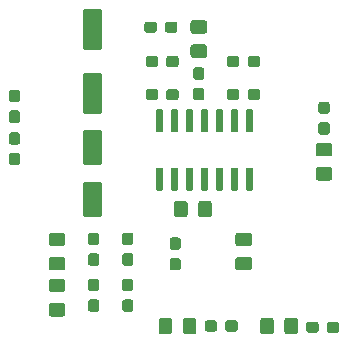
<source format=gbr>
G04 #@! TF.GenerationSoftware,KiCad,Pcbnew,(5.1.5-0-10_14)*
G04 #@! TF.CreationDate,2021-09-10T16:44:22+02:00*
G04 #@! TF.ProjectId,cleanblend,636c6561-6e62-46c6-956e-642e6b696361,rev?*
G04 #@! TF.SameCoordinates,Original*
G04 #@! TF.FileFunction,Paste,Top*
G04 #@! TF.FilePolarity,Positive*
%FSLAX46Y46*%
G04 Gerber Fmt 4.6, Leading zero omitted, Abs format (unit mm)*
G04 Created by KiCad (PCBNEW (5.1.5-0-10_14)) date 2021-09-10 16:44:22*
%MOMM*%
%LPD*%
G04 APERTURE LIST*
%ADD10C,0.100000*%
G04 APERTURE END LIST*
D10*
G36*
X96354703Y-84050722D02*
G01*
X96369264Y-84052882D01*
X96383543Y-84056459D01*
X96397403Y-84061418D01*
X96410710Y-84067712D01*
X96423336Y-84075280D01*
X96435159Y-84084048D01*
X96446066Y-84093934D01*
X96455952Y-84104841D01*
X96464720Y-84116664D01*
X96472288Y-84129290D01*
X96478582Y-84142597D01*
X96483541Y-84156457D01*
X96487118Y-84170736D01*
X96489278Y-84185297D01*
X96490000Y-84200000D01*
X96490000Y-85850000D01*
X96489278Y-85864703D01*
X96487118Y-85879264D01*
X96483541Y-85893543D01*
X96478582Y-85907403D01*
X96472288Y-85920710D01*
X96464720Y-85933336D01*
X96455952Y-85945159D01*
X96446066Y-85956066D01*
X96435159Y-85965952D01*
X96423336Y-85974720D01*
X96410710Y-85982288D01*
X96397403Y-85988582D01*
X96383543Y-85993541D01*
X96369264Y-85997118D01*
X96354703Y-85999278D01*
X96340000Y-86000000D01*
X96040000Y-86000000D01*
X96025297Y-85999278D01*
X96010736Y-85997118D01*
X95996457Y-85993541D01*
X95982597Y-85988582D01*
X95969290Y-85982288D01*
X95956664Y-85974720D01*
X95944841Y-85965952D01*
X95933934Y-85956066D01*
X95924048Y-85945159D01*
X95915280Y-85933336D01*
X95907712Y-85920710D01*
X95901418Y-85907403D01*
X95896459Y-85893543D01*
X95892882Y-85879264D01*
X95890722Y-85864703D01*
X95890000Y-85850000D01*
X95890000Y-84200000D01*
X95890722Y-84185297D01*
X95892882Y-84170736D01*
X95896459Y-84156457D01*
X95901418Y-84142597D01*
X95907712Y-84129290D01*
X95915280Y-84116664D01*
X95924048Y-84104841D01*
X95933934Y-84093934D01*
X95944841Y-84084048D01*
X95956664Y-84075280D01*
X95969290Y-84067712D01*
X95982597Y-84061418D01*
X95996457Y-84056459D01*
X96010736Y-84052882D01*
X96025297Y-84050722D01*
X96040000Y-84050000D01*
X96340000Y-84050000D01*
X96354703Y-84050722D01*
G37*
G36*
X97624703Y-84050722D02*
G01*
X97639264Y-84052882D01*
X97653543Y-84056459D01*
X97667403Y-84061418D01*
X97680710Y-84067712D01*
X97693336Y-84075280D01*
X97705159Y-84084048D01*
X97716066Y-84093934D01*
X97725952Y-84104841D01*
X97734720Y-84116664D01*
X97742288Y-84129290D01*
X97748582Y-84142597D01*
X97753541Y-84156457D01*
X97757118Y-84170736D01*
X97759278Y-84185297D01*
X97760000Y-84200000D01*
X97760000Y-85850000D01*
X97759278Y-85864703D01*
X97757118Y-85879264D01*
X97753541Y-85893543D01*
X97748582Y-85907403D01*
X97742288Y-85920710D01*
X97734720Y-85933336D01*
X97725952Y-85945159D01*
X97716066Y-85956066D01*
X97705159Y-85965952D01*
X97693336Y-85974720D01*
X97680710Y-85982288D01*
X97667403Y-85988582D01*
X97653543Y-85993541D01*
X97639264Y-85997118D01*
X97624703Y-85999278D01*
X97610000Y-86000000D01*
X97310000Y-86000000D01*
X97295297Y-85999278D01*
X97280736Y-85997118D01*
X97266457Y-85993541D01*
X97252597Y-85988582D01*
X97239290Y-85982288D01*
X97226664Y-85974720D01*
X97214841Y-85965952D01*
X97203934Y-85956066D01*
X97194048Y-85945159D01*
X97185280Y-85933336D01*
X97177712Y-85920710D01*
X97171418Y-85907403D01*
X97166459Y-85893543D01*
X97162882Y-85879264D01*
X97160722Y-85864703D01*
X97160000Y-85850000D01*
X97160000Y-84200000D01*
X97160722Y-84185297D01*
X97162882Y-84170736D01*
X97166459Y-84156457D01*
X97171418Y-84142597D01*
X97177712Y-84129290D01*
X97185280Y-84116664D01*
X97194048Y-84104841D01*
X97203934Y-84093934D01*
X97214841Y-84084048D01*
X97226664Y-84075280D01*
X97239290Y-84067712D01*
X97252597Y-84061418D01*
X97266457Y-84056459D01*
X97280736Y-84052882D01*
X97295297Y-84050722D01*
X97310000Y-84050000D01*
X97610000Y-84050000D01*
X97624703Y-84050722D01*
G37*
G36*
X98894703Y-84050722D02*
G01*
X98909264Y-84052882D01*
X98923543Y-84056459D01*
X98937403Y-84061418D01*
X98950710Y-84067712D01*
X98963336Y-84075280D01*
X98975159Y-84084048D01*
X98986066Y-84093934D01*
X98995952Y-84104841D01*
X99004720Y-84116664D01*
X99012288Y-84129290D01*
X99018582Y-84142597D01*
X99023541Y-84156457D01*
X99027118Y-84170736D01*
X99029278Y-84185297D01*
X99030000Y-84200000D01*
X99030000Y-85850000D01*
X99029278Y-85864703D01*
X99027118Y-85879264D01*
X99023541Y-85893543D01*
X99018582Y-85907403D01*
X99012288Y-85920710D01*
X99004720Y-85933336D01*
X98995952Y-85945159D01*
X98986066Y-85956066D01*
X98975159Y-85965952D01*
X98963336Y-85974720D01*
X98950710Y-85982288D01*
X98937403Y-85988582D01*
X98923543Y-85993541D01*
X98909264Y-85997118D01*
X98894703Y-85999278D01*
X98880000Y-86000000D01*
X98580000Y-86000000D01*
X98565297Y-85999278D01*
X98550736Y-85997118D01*
X98536457Y-85993541D01*
X98522597Y-85988582D01*
X98509290Y-85982288D01*
X98496664Y-85974720D01*
X98484841Y-85965952D01*
X98473934Y-85956066D01*
X98464048Y-85945159D01*
X98455280Y-85933336D01*
X98447712Y-85920710D01*
X98441418Y-85907403D01*
X98436459Y-85893543D01*
X98432882Y-85879264D01*
X98430722Y-85864703D01*
X98430000Y-85850000D01*
X98430000Y-84200000D01*
X98430722Y-84185297D01*
X98432882Y-84170736D01*
X98436459Y-84156457D01*
X98441418Y-84142597D01*
X98447712Y-84129290D01*
X98455280Y-84116664D01*
X98464048Y-84104841D01*
X98473934Y-84093934D01*
X98484841Y-84084048D01*
X98496664Y-84075280D01*
X98509290Y-84067712D01*
X98522597Y-84061418D01*
X98536457Y-84056459D01*
X98550736Y-84052882D01*
X98565297Y-84050722D01*
X98580000Y-84050000D01*
X98880000Y-84050000D01*
X98894703Y-84050722D01*
G37*
G36*
X100164703Y-84050722D02*
G01*
X100179264Y-84052882D01*
X100193543Y-84056459D01*
X100207403Y-84061418D01*
X100220710Y-84067712D01*
X100233336Y-84075280D01*
X100245159Y-84084048D01*
X100256066Y-84093934D01*
X100265952Y-84104841D01*
X100274720Y-84116664D01*
X100282288Y-84129290D01*
X100288582Y-84142597D01*
X100293541Y-84156457D01*
X100297118Y-84170736D01*
X100299278Y-84185297D01*
X100300000Y-84200000D01*
X100300000Y-85850000D01*
X100299278Y-85864703D01*
X100297118Y-85879264D01*
X100293541Y-85893543D01*
X100288582Y-85907403D01*
X100282288Y-85920710D01*
X100274720Y-85933336D01*
X100265952Y-85945159D01*
X100256066Y-85956066D01*
X100245159Y-85965952D01*
X100233336Y-85974720D01*
X100220710Y-85982288D01*
X100207403Y-85988582D01*
X100193543Y-85993541D01*
X100179264Y-85997118D01*
X100164703Y-85999278D01*
X100150000Y-86000000D01*
X99850000Y-86000000D01*
X99835297Y-85999278D01*
X99820736Y-85997118D01*
X99806457Y-85993541D01*
X99792597Y-85988582D01*
X99779290Y-85982288D01*
X99766664Y-85974720D01*
X99754841Y-85965952D01*
X99743934Y-85956066D01*
X99734048Y-85945159D01*
X99725280Y-85933336D01*
X99717712Y-85920710D01*
X99711418Y-85907403D01*
X99706459Y-85893543D01*
X99702882Y-85879264D01*
X99700722Y-85864703D01*
X99700000Y-85850000D01*
X99700000Y-84200000D01*
X99700722Y-84185297D01*
X99702882Y-84170736D01*
X99706459Y-84156457D01*
X99711418Y-84142597D01*
X99717712Y-84129290D01*
X99725280Y-84116664D01*
X99734048Y-84104841D01*
X99743934Y-84093934D01*
X99754841Y-84084048D01*
X99766664Y-84075280D01*
X99779290Y-84067712D01*
X99792597Y-84061418D01*
X99806457Y-84056459D01*
X99820736Y-84052882D01*
X99835297Y-84050722D01*
X99850000Y-84050000D01*
X100150000Y-84050000D01*
X100164703Y-84050722D01*
G37*
G36*
X101434703Y-84050722D02*
G01*
X101449264Y-84052882D01*
X101463543Y-84056459D01*
X101477403Y-84061418D01*
X101490710Y-84067712D01*
X101503336Y-84075280D01*
X101515159Y-84084048D01*
X101526066Y-84093934D01*
X101535952Y-84104841D01*
X101544720Y-84116664D01*
X101552288Y-84129290D01*
X101558582Y-84142597D01*
X101563541Y-84156457D01*
X101567118Y-84170736D01*
X101569278Y-84185297D01*
X101570000Y-84200000D01*
X101570000Y-85850000D01*
X101569278Y-85864703D01*
X101567118Y-85879264D01*
X101563541Y-85893543D01*
X101558582Y-85907403D01*
X101552288Y-85920710D01*
X101544720Y-85933336D01*
X101535952Y-85945159D01*
X101526066Y-85956066D01*
X101515159Y-85965952D01*
X101503336Y-85974720D01*
X101490710Y-85982288D01*
X101477403Y-85988582D01*
X101463543Y-85993541D01*
X101449264Y-85997118D01*
X101434703Y-85999278D01*
X101420000Y-86000000D01*
X101120000Y-86000000D01*
X101105297Y-85999278D01*
X101090736Y-85997118D01*
X101076457Y-85993541D01*
X101062597Y-85988582D01*
X101049290Y-85982288D01*
X101036664Y-85974720D01*
X101024841Y-85965952D01*
X101013934Y-85956066D01*
X101004048Y-85945159D01*
X100995280Y-85933336D01*
X100987712Y-85920710D01*
X100981418Y-85907403D01*
X100976459Y-85893543D01*
X100972882Y-85879264D01*
X100970722Y-85864703D01*
X100970000Y-85850000D01*
X100970000Y-84200000D01*
X100970722Y-84185297D01*
X100972882Y-84170736D01*
X100976459Y-84156457D01*
X100981418Y-84142597D01*
X100987712Y-84129290D01*
X100995280Y-84116664D01*
X101004048Y-84104841D01*
X101013934Y-84093934D01*
X101024841Y-84084048D01*
X101036664Y-84075280D01*
X101049290Y-84067712D01*
X101062597Y-84061418D01*
X101076457Y-84056459D01*
X101090736Y-84052882D01*
X101105297Y-84050722D01*
X101120000Y-84050000D01*
X101420000Y-84050000D01*
X101434703Y-84050722D01*
G37*
G36*
X102704703Y-84050722D02*
G01*
X102719264Y-84052882D01*
X102733543Y-84056459D01*
X102747403Y-84061418D01*
X102760710Y-84067712D01*
X102773336Y-84075280D01*
X102785159Y-84084048D01*
X102796066Y-84093934D01*
X102805952Y-84104841D01*
X102814720Y-84116664D01*
X102822288Y-84129290D01*
X102828582Y-84142597D01*
X102833541Y-84156457D01*
X102837118Y-84170736D01*
X102839278Y-84185297D01*
X102840000Y-84200000D01*
X102840000Y-85850000D01*
X102839278Y-85864703D01*
X102837118Y-85879264D01*
X102833541Y-85893543D01*
X102828582Y-85907403D01*
X102822288Y-85920710D01*
X102814720Y-85933336D01*
X102805952Y-85945159D01*
X102796066Y-85956066D01*
X102785159Y-85965952D01*
X102773336Y-85974720D01*
X102760710Y-85982288D01*
X102747403Y-85988582D01*
X102733543Y-85993541D01*
X102719264Y-85997118D01*
X102704703Y-85999278D01*
X102690000Y-86000000D01*
X102390000Y-86000000D01*
X102375297Y-85999278D01*
X102360736Y-85997118D01*
X102346457Y-85993541D01*
X102332597Y-85988582D01*
X102319290Y-85982288D01*
X102306664Y-85974720D01*
X102294841Y-85965952D01*
X102283934Y-85956066D01*
X102274048Y-85945159D01*
X102265280Y-85933336D01*
X102257712Y-85920710D01*
X102251418Y-85907403D01*
X102246459Y-85893543D01*
X102242882Y-85879264D01*
X102240722Y-85864703D01*
X102240000Y-85850000D01*
X102240000Y-84200000D01*
X102240722Y-84185297D01*
X102242882Y-84170736D01*
X102246459Y-84156457D01*
X102251418Y-84142597D01*
X102257712Y-84129290D01*
X102265280Y-84116664D01*
X102274048Y-84104841D01*
X102283934Y-84093934D01*
X102294841Y-84084048D01*
X102306664Y-84075280D01*
X102319290Y-84067712D01*
X102332597Y-84061418D01*
X102346457Y-84056459D01*
X102360736Y-84052882D01*
X102375297Y-84050722D01*
X102390000Y-84050000D01*
X102690000Y-84050000D01*
X102704703Y-84050722D01*
G37*
G36*
X103974703Y-84050722D02*
G01*
X103989264Y-84052882D01*
X104003543Y-84056459D01*
X104017403Y-84061418D01*
X104030710Y-84067712D01*
X104043336Y-84075280D01*
X104055159Y-84084048D01*
X104066066Y-84093934D01*
X104075952Y-84104841D01*
X104084720Y-84116664D01*
X104092288Y-84129290D01*
X104098582Y-84142597D01*
X104103541Y-84156457D01*
X104107118Y-84170736D01*
X104109278Y-84185297D01*
X104110000Y-84200000D01*
X104110000Y-85850000D01*
X104109278Y-85864703D01*
X104107118Y-85879264D01*
X104103541Y-85893543D01*
X104098582Y-85907403D01*
X104092288Y-85920710D01*
X104084720Y-85933336D01*
X104075952Y-85945159D01*
X104066066Y-85956066D01*
X104055159Y-85965952D01*
X104043336Y-85974720D01*
X104030710Y-85982288D01*
X104017403Y-85988582D01*
X104003543Y-85993541D01*
X103989264Y-85997118D01*
X103974703Y-85999278D01*
X103960000Y-86000000D01*
X103660000Y-86000000D01*
X103645297Y-85999278D01*
X103630736Y-85997118D01*
X103616457Y-85993541D01*
X103602597Y-85988582D01*
X103589290Y-85982288D01*
X103576664Y-85974720D01*
X103564841Y-85965952D01*
X103553934Y-85956066D01*
X103544048Y-85945159D01*
X103535280Y-85933336D01*
X103527712Y-85920710D01*
X103521418Y-85907403D01*
X103516459Y-85893543D01*
X103512882Y-85879264D01*
X103510722Y-85864703D01*
X103510000Y-85850000D01*
X103510000Y-84200000D01*
X103510722Y-84185297D01*
X103512882Y-84170736D01*
X103516459Y-84156457D01*
X103521418Y-84142597D01*
X103527712Y-84129290D01*
X103535280Y-84116664D01*
X103544048Y-84104841D01*
X103553934Y-84093934D01*
X103564841Y-84084048D01*
X103576664Y-84075280D01*
X103589290Y-84067712D01*
X103602597Y-84061418D01*
X103616457Y-84056459D01*
X103630736Y-84052882D01*
X103645297Y-84050722D01*
X103660000Y-84050000D01*
X103960000Y-84050000D01*
X103974703Y-84050722D01*
G37*
G36*
X103974703Y-89000722D02*
G01*
X103989264Y-89002882D01*
X104003543Y-89006459D01*
X104017403Y-89011418D01*
X104030710Y-89017712D01*
X104043336Y-89025280D01*
X104055159Y-89034048D01*
X104066066Y-89043934D01*
X104075952Y-89054841D01*
X104084720Y-89066664D01*
X104092288Y-89079290D01*
X104098582Y-89092597D01*
X104103541Y-89106457D01*
X104107118Y-89120736D01*
X104109278Y-89135297D01*
X104110000Y-89150000D01*
X104110000Y-90800000D01*
X104109278Y-90814703D01*
X104107118Y-90829264D01*
X104103541Y-90843543D01*
X104098582Y-90857403D01*
X104092288Y-90870710D01*
X104084720Y-90883336D01*
X104075952Y-90895159D01*
X104066066Y-90906066D01*
X104055159Y-90915952D01*
X104043336Y-90924720D01*
X104030710Y-90932288D01*
X104017403Y-90938582D01*
X104003543Y-90943541D01*
X103989264Y-90947118D01*
X103974703Y-90949278D01*
X103960000Y-90950000D01*
X103660000Y-90950000D01*
X103645297Y-90949278D01*
X103630736Y-90947118D01*
X103616457Y-90943541D01*
X103602597Y-90938582D01*
X103589290Y-90932288D01*
X103576664Y-90924720D01*
X103564841Y-90915952D01*
X103553934Y-90906066D01*
X103544048Y-90895159D01*
X103535280Y-90883336D01*
X103527712Y-90870710D01*
X103521418Y-90857403D01*
X103516459Y-90843543D01*
X103512882Y-90829264D01*
X103510722Y-90814703D01*
X103510000Y-90800000D01*
X103510000Y-89150000D01*
X103510722Y-89135297D01*
X103512882Y-89120736D01*
X103516459Y-89106457D01*
X103521418Y-89092597D01*
X103527712Y-89079290D01*
X103535280Y-89066664D01*
X103544048Y-89054841D01*
X103553934Y-89043934D01*
X103564841Y-89034048D01*
X103576664Y-89025280D01*
X103589290Y-89017712D01*
X103602597Y-89011418D01*
X103616457Y-89006459D01*
X103630736Y-89002882D01*
X103645297Y-89000722D01*
X103660000Y-89000000D01*
X103960000Y-89000000D01*
X103974703Y-89000722D01*
G37*
G36*
X102704703Y-89000722D02*
G01*
X102719264Y-89002882D01*
X102733543Y-89006459D01*
X102747403Y-89011418D01*
X102760710Y-89017712D01*
X102773336Y-89025280D01*
X102785159Y-89034048D01*
X102796066Y-89043934D01*
X102805952Y-89054841D01*
X102814720Y-89066664D01*
X102822288Y-89079290D01*
X102828582Y-89092597D01*
X102833541Y-89106457D01*
X102837118Y-89120736D01*
X102839278Y-89135297D01*
X102840000Y-89150000D01*
X102840000Y-90800000D01*
X102839278Y-90814703D01*
X102837118Y-90829264D01*
X102833541Y-90843543D01*
X102828582Y-90857403D01*
X102822288Y-90870710D01*
X102814720Y-90883336D01*
X102805952Y-90895159D01*
X102796066Y-90906066D01*
X102785159Y-90915952D01*
X102773336Y-90924720D01*
X102760710Y-90932288D01*
X102747403Y-90938582D01*
X102733543Y-90943541D01*
X102719264Y-90947118D01*
X102704703Y-90949278D01*
X102690000Y-90950000D01*
X102390000Y-90950000D01*
X102375297Y-90949278D01*
X102360736Y-90947118D01*
X102346457Y-90943541D01*
X102332597Y-90938582D01*
X102319290Y-90932288D01*
X102306664Y-90924720D01*
X102294841Y-90915952D01*
X102283934Y-90906066D01*
X102274048Y-90895159D01*
X102265280Y-90883336D01*
X102257712Y-90870710D01*
X102251418Y-90857403D01*
X102246459Y-90843543D01*
X102242882Y-90829264D01*
X102240722Y-90814703D01*
X102240000Y-90800000D01*
X102240000Y-89150000D01*
X102240722Y-89135297D01*
X102242882Y-89120736D01*
X102246459Y-89106457D01*
X102251418Y-89092597D01*
X102257712Y-89079290D01*
X102265280Y-89066664D01*
X102274048Y-89054841D01*
X102283934Y-89043934D01*
X102294841Y-89034048D01*
X102306664Y-89025280D01*
X102319290Y-89017712D01*
X102332597Y-89011418D01*
X102346457Y-89006459D01*
X102360736Y-89002882D01*
X102375297Y-89000722D01*
X102390000Y-89000000D01*
X102690000Y-89000000D01*
X102704703Y-89000722D01*
G37*
G36*
X101434703Y-89000722D02*
G01*
X101449264Y-89002882D01*
X101463543Y-89006459D01*
X101477403Y-89011418D01*
X101490710Y-89017712D01*
X101503336Y-89025280D01*
X101515159Y-89034048D01*
X101526066Y-89043934D01*
X101535952Y-89054841D01*
X101544720Y-89066664D01*
X101552288Y-89079290D01*
X101558582Y-89092597D01*
X101563541Y-89106457D01*
X101567118Y-89120736D01*
X101569278Y-89135297D01*
X101570000Y-89150000D01*
X101570000Y-90800000D01*
X101569278Y-90814703D01*
X101567118Y-90829264D01*
X101563541Y-90843543D01*
X101558582Y-90857403D01*
X101552288Y-90870710D01*
X101544720Y-90883336D01*
X101535952Y-90895159D01*
X101526066Y-90906066D01*
X101515159Y-90915952D01*
X101503336Y-90924720D01*
X101490710Y-90932288D01*
X101477403Y-90938582D01*
X101463543Y-90943541D01*
X101449264Y-90947118D01*
X101434703Y-90949278D01*
X101420000Y-90950000D01*
X101120000Y-90950000D01*
X101105297Y-90949278D01*
X101090736Y-90947118D01*
X101076457Y-90943541D01*
X101062597Y-90938582D01*
X101049290Y-90932288D01*
X101036664Y-90924720D01*
X101024841Y-90915952D01*
X101013934Y-90906066D01*
X101004048Y-90895159D01*
X100995280Y-90883336D01*
X100987712Y-90870710D01*
X100981418Y-90857403D01*
X100976459Y-90843543D01*
X100972882Y-90829264D01*
X100970722Y-90814703D01*
X100970000Y-90800000D01*
X100970000Y-89150000D01*
X100970722Y-89135297D01*
X100972882Y-89120736D01*
X100976459Y-89106457D01*
X100981418Y-89092597D01*
X100987712Y-89079290D01*
X100995280Y-89066664D01*
X101004048Y-89054841D01*
X101013934Y-89043934D01*
X101024841Y-89034048D01*
X101036664Y-89025280D01*
X101049290Y-89017712D01*
X101062597Y-89011418D01*
X101076457Y-89006459D01*
X101090736Y-89002882D01*
X101105297Y-89000722D01*
X101120000Y-89000000D01*
X101420000Y-89000000D01*
X101434703Y-89000722D01*
G37*
G36*
X100164703Y-89000722D02*
G01*
X100179264Y-89002882D01*
X100193543Y-89006459D01*
X100207403Y-89011418D01*
X100220710Y-89017712D01*
X100233336Y-89025280D01*
X100245159Y-89034048D01*
X100256066Y-89043934D01*
X100265952Y-89054841D01*
X100274720Y-89066664D01*
X100282288Y-89079290D01*
X100288582Y-89092597D01*
X100293541Y-89106457D01*
X100297118Y-89120736D01*
X100299278Y-89135297D01*
X100300000Y-89150000D01*
X100300000Y-90800000D01*
X100299278Y-90814703D01*
X100297118Y-90829264D01*
X100293541Y-90843543D01*
X100288582Y-90857403D01*
X100282288Y-90870710D01*
X100274720Y-90883336D01*
X100265952Y-90895159D01*
X100256066Y-90906066D01*
X100245159Y-90915952D01*
X100233336Y-90924720D01*
X100220710Y-90932288D01*
X100207403Y-90938582D01*
X100193543Y-90943541D01*
X100179264Y-90947118D01*
X100164703Y-90949278D01*
X100150000Y-90950000D01*
X99850000Y-90950000D01*
X99835297Y-90949278D01*
X99820736Y-90947118D01*
X99806457Y-90943541D01*
X99792597Y-90938582D01*
X99779290Y-90932288D01*
X99766664Y-90924720D01*
X99754841Y-90915952D01*
X99743934Y-90906066D01*
X99734048Y-90895159D01*
X99725280Y-90883336D01*
X99717712Y-90870710D01*
X99711418Y-90857403D01*
X99706459Y-90843543D01*
X99702882Y-90829264D01*
X99700722Y-90814703D01*
X99700000Y-90800000D01*
X99700000Y-89150000D01*
X99700722Y-89135297D01*
X99702882Y-89120736D01*
X99706459Y-89106457D01*
X99711418Y-89092597D01*
X99717712Y-89079290D01*
X99725280Y-89066664D01*
X99734048Y-89054841D01*
X99743934Y-89043934D01*
X99754841Y-89034048D01*
X99766664Y-89025280D01*
X99779290Y-89017712D01*
X99792597Y-89011418D01*
X99806457Y-89006459D01*
X99820736Y-89002882D01*
X99835297Y-89000722D01*
X99850000Y-89000000D01*
X100150000Y-89000000D01*
X100164703Y-89000722D01*
G37*
G36*
X98894703Y-89000722D02*
G01*
X98909264Y-89002882D01*
X98923543Y-89006459D01*
X98937403Y-89011418D01*
X98950710Y-89017712D01*
X98963336Y-89025280D01*
X98975159Y-89034048D01*
X98986066Y-89043934D01*
X98995952Y-89054841D01*
X99004720Y-89066664D01*
X99012288Y-89079290D01*
X99018582Y-89092597D01*
X99023541Y-89106457D01*
X99027118Y-89120736D01*
X99029278Y-89135297D01*
X99030000Y-89150000D01*
X99030000Y-90800000D01*
X99029278Y-90814703D01*
X99027118Y-90829264D01*
X99023541Y-90843543D01*
X99018582Y-90857403D01*
X99012288Y-90870710D01*
X99004720Y-90883336D01*
X98995952Y-90895159D01*
X98986066Y-90906066D01*
X98975159Y-90915952D01*
X98963336Y-90924720D01*
X98950710Y-90932288D01*
X98937403Y-90938582D01*
X98923543Y-90943541D01*
X98909264Y-90947118D01*
X98894703Y-90949278D01*
X98880000Y-90950000D01*
X98580000Y-90950000D01*
X98565297Y-90949278D01*
X98550736Y-90947118D01*
X98536457Y-90943541D01*
X98522597Y-90938582D01*
X98509290Y-90932288D01*
X98496664Y-90924720D01*
X98484841Y-90915952D01*
X98473934Y-90906066D01*
X98464048Y-90895159D01*
X98455280Y-90883336D01*
X98447712Y-90870710D01*
X98441418Y-90857403D01*
X98436459Y-90843543D01*
X98432882Y-90829264D01*
X98430722Y-90814703D01*
X98430000Y-90800000D01*
X98430000Y-89150000D01*
X98430722Y-89135297D01*
X98432882Y-89120736D01*
X98436459Y-89106457D01*
X98441418Y-89092597D01*
X98447712Y-89079290D01*
X98455280Y-89066664D01*
X98464048Y-89054841D01*
X98473934Y-89043934D01*
X98484841Y-89034048D01*
X98496664Y-89025280D01*
X98509290Y-89017712D01*
X98522597Y-89011418D01*
X98536457Y-89006459D01*
X98550736Y-89002882D01*
X98565297Y-89000722D01*
X98580000Y-89000000D01*
X98880000Y-89000000D01*
X98894703Y-89000722D01*
G37*
G36*
X97624703Y-89000722D02*
G01*
X97639264Y-89002882D01*
X97653543Y-89006459D01*
X97667403Y-89011418D01*
X97680710Y-89017712D01*
X97693336Y-89025280D01*
X97705159Y-89034048D01*
X97716066Y-89043934D01*
X97725952Y-89054841D01*
X97734720Y-89066664D01*
X97742288Y-89079290D01*
X97748582Y-89092597D01*
X97753541Y-89106457D01*
X97757118Y-89120736D01*
X97759278Y-89135297D01*
X97760000Y-89150000D01*
X97760000Y-90800000D01*
X97759278Y-90814703D01*
X97757118Y-90829264D01*
X97753541Y-90843543D01*
X97748582Y-90857403D01*
X97742288Y-90870710D01*
X97734720Y-90883336D01*
X97725952Y-90895159D01*
X97716066Y-90906066D01*
X97705159Y-90915952D01*
X97693336Y-90924720D01*
X97680710Y-90932288D01*
X97667403Y-90938582D01*
X97653543Y-90943541D01*
X97639264Y-90947118D01*
X97624703Y-90949278D01*
X97610000Y-90950000D01*
X97310000Y-90950000D01*
X97295297Y-90949278D01*
X97280736Y-90947118D01*
X97266457Y-90943541D01*
X97252597Y-90938582D01*
X97239290Y-90932288D01*
X97226664Y-90924720D01*
X97214841Y-90915952D01*
X97203934Y-90906066D01*
X97194048Y-90895159D01*
X97185280Y-90883336D01*
X97177712Y-90870710D01*
X97171418Y-90857403D01*
X97166459Y-90843543D01*
X97162882Y-90829264D01*
X97160722Y-90814703D01*
X97160000Y-90800000D01*
X97160000Y-89150000D01*
X97160722Y-89135297D01*
X97162882Y-89120736D01*
X97166459Y-89106457D01*
X97171418Y-89092597D01*
X97177712Y-89079290D01*
X97185280Y-89066664D01*
X97194048Y-89054841D01*
X97203934Y-89043934D01*
X97214841Y-89034048D01*
X97226664Y-89025280D01*
X97239290Y-89017712D01*
X97252597Y-89011418D01*
X97266457Y-89006459D01*
X97280736Y-89002882D01*
X97295297Y-89000722D01*
X97310000Y-89000000D01*
X97610000Y-89000000D01*
X97624703Y-89000722D01*
G37*
G36*
X96354703Y-89000722D02*
G01*
X96369264Y-89002882D01*
X96383543Y-89006459D01*
X96397403Y-89011418D01*
X96410710Y-89017712D01*
X96423336Y-89025280D01*
X96435159Y-89034048D01*
X96446066Y-89043934D01*
X96455952Y-89054841D01*
X96464720Y-89066664D01*
X96472288Y-89079290D01*
X96478582Y-89092597D01*
X96483541Y-89106457D01*
X96487118Y-89120736D01*
X96489278Y-89135297D01*
X96490000Y-89150000D01*
X96490000Y-90800000D01*
X96489278Y-90814703D01*
X96487118Y-90829264D01*
X96483541Y-90843543D01*
X96478582Y-90857403D01*
X96472288Y-90870710D01*
X96464720Y-90883336D01*
X96455952Y-90895159D01*
X96446066Y-90906066D01*
X96435159Y-90915952D01*
X96423336Y-90924720D01*
X96410710Y-90932288D01*
X96397403Y-90938582D01*
X96383543Y-90943541D01*
X96369264Y-90947118D01*
X96354703Y-90949278D01*
X96340000Y-90950000D01*
X96040000Y-90950000D01*
X96025297Y-90949278D01*
X96010736Y-90947118D01*
X95996457Y-90943541D01*
X95982597Y-90938582D01*
X95969290Y-90932288D01*
X95956664Y-90924720D01*
X95944841Y-90915952D01*
X95933934Y-90906066D01*
X95924048Y-90895159D01*
X95915280Y-90883336D01*
X95907712Y-90870710D01*
X95901418Y-90857403D01*
X95896459Y-90843543D01*
X95892882Y-90829264D01*
X95890722Y-90814703D01*
X95890000Y-90800000D01*
X95890000Y-89150000D01*
X95890722Y-89135297D01*
X95892882Y-89120736D01*
X95896459Y-89106457D01*
X95901418Y-89092597D01*
X95907712Y-89079290D01*
X95915280Y-89066664D01*
X95924048Y-89054841D01*
X95933934Y-89043934D01*
X95944841Y-89034048D01*
X95956664Y-89025280D01*
X95969290Y-89017712D01*
X95982597Y-89011418D01*
X95996457Y-89006459D01*
X96010736Y-89002882D01*
X96025297Y-89000722D01*
X96040000Y-89000000D01*
X96340000Y-89000000D01*
X96354703Y-89000722D01*
G37*
G36*
X84160779Y-87751144D02*
G01*
X84183834Y-87754563D01*
X84206443Y-87760227D01*
X84228387Y-87768079D01*
X84249457Y-87778044D01*
X84269448Y-87790026D01*
X84288168Y-87803910D01*
X84305438Y-87819562D01*
X84321090Y-87836832D01*
X84334974Y-87855552D01*
X84346956Y-87875543D01*
X84356921Y-87896613D01*
X84364773Y-87918557D01*
X84370437Y-87941166D01*
X84373856Y-87964221D01*
X84375000Y-87987500D01*
X84375000Y-88562500D01*
X84373856Y-88585779D01*
X84370437Y-88608834D01*
X84364773Y-88631443D01*
X84356921Y-88653387D01*
X84346956Y-88674457D01*
X84334974Y-88694448D01*
X84321090Y-88713168D01*
X84305438Y-88730438D01*
X84288168Y-88746090D01*
X84269448Y-88759974D01*
X84249457Y-88771956D01*
X84228387Y-88781921D01*
X84206443Y-88789773D01*
X84183834Y-88795437D01*
X84160779Y-88798856D01*
X84137500Y-88800000D01*
X83662500Y-88800000D01*
X83639221Y-88798856D01*
X83616166Y-88795437D01*
X83593557Y-88789773D01*
X83571613Y-88781921D01*
X83550543Y-88771956D01*
X83530552Y-88759974D01*
X83511832Y-88746090D01*
X83494562Y-88730438D01*
X83478910Y-88713168D01*
X83465026Y-88694448D01*
X83453044Y-88674457D01*
X83443079Y-88653387D01*
X83435227Y-88631443D01*
X83429563Y-88608834D01*
X83426144Y-88585779D01*
X83425000Y-88562500D01*
X83425000Y-87987500D01*
X83426144Y-87964221D01*
X83429563Y-87941166D01*
X83435227Y-87918557D01*
X83443079Y-87896613D01*
X83453044Y-87875543D01*
X83465026Y-87855552D01*
X83478910Y-87836832D01*
X83494562Y-87819562D01*
X83511832Y-87803910D01*
X83530552Y-87790026D01*
X83550543Y-87778044D01*
X83571613Y-87768079D01*
X83593557Y-87760227D01*
X83616166Y-87754563D01*
X83639221Y-87751144D01*
X83662500Y-87750000D01*
X84137500Y-87750000D01*
X84160779Y-87751144D01*
G37*
G36*
X84160779Y-86001144D02*
G01*
X84183834Y-86004563D01*
X84206443Y-86010227D01*
X84228387Y-86018079D01*
X84249457Y-86028044D01*
X84269448Y-86040026D01*
X84288168Y-86053910D01*
X84305438Y-86069562D01*
X84321090Y-86086832D01*
X84334974Y-86105552D01*
X84346956Y-86125543D01*
X84356921Y-86146613D01*
X84364773Y-86168557D01*
X84370437Y-86191166D01*
X84373856Y-86214221D01*
X84375000Y-86237500D01*
X84375000Y-86812500D01*
X84373856Y-86835779D01*
X84370437Y-86858834D01*
X84364773Y-86881443D01*
X84356921Y-86903387D01*
X84346956Y-86924457D01*
X84334974Y-86944448D01*
X84321090Y-86963168D01*
X84305438Y-86980438D01*
X84288168Y-86996090D01*
X84269448Y-87009974D01*
X84249457Y-87021956D01*
X84228387Y-87031921D01*
X84206443Y-87039773D01*
X84183834Y-87045437D01*
X84160779Y-87048856D01*
X84137500Y-87050000D01*
X83662500Y-87050000D01*
X83639221Y-87048856D01*
X83616166Y-87045437D01*
X83593557Y-87039773D01*
X83571613Y-87031921D01*
X83550543Y-87021956D01*
X83530552Y-87009974D01*
X83511832Y-86996090D01*
X83494562Y-86980438D01*
X83478910Y-86963168D01*
X83465026Y-86944448D01*
X83453044Y-86924457D01*
X83443079Y-86903387D01*
X83435227Y-86881443D01*
X83429563Y-86858834D01*
X83426144Y-86835779D01*
X83425000Y-86812500D01*
X83425000Y-86237500D01*
X83426144Y-86214221D01*
X83429563Y-86191166D01*
X83435227Y-86168557D01*
X83443079Y-86146613D01*
X83453044Y-86125543D01*
X83465026Y-86105552D01*
X83478910Y-86086832D01*
X83494562Y-86069562D01*
X83511832Y-86053910D01*
X83530552Y-86040026D01*
X83550543Y-86028044D01*
X83571613Y-86018079D01*
X83593557Y-86010227D01*
X83616166Y-86004563D01*
X83639221Y-86001144D01*
X83662500Y-86000000D01*
X84137500Y-86000000D01*
X84160779Y-86001144D01*
G37*
G36*
X84160779Y-84151144D02*
G01*
X84183834Y-84154563D01*
X84206443Y-84160227D01*
X84228387Y-84168079D01*
X84249457Y-84178044D01*
X84269448Y-84190026D01*
X84288168Y-84203910D01*
X84305438Y-84219562D01*
X84321090Y-84236832D01*
X84334974Y-84255552D01*
X84346956Y-84275543D01*
X84356921Y-84296613D01*
X84364773Y-84318557D01*
X84370437Y-84341166D01*
X84373856Y-84364221D01*
X84375000Y-84387500D01*
X84375000Y-84962500D01*
X84373856Y-84985779D01*
X84370437Y-85008834D01*
X84364773Y-85031443D01*
X84356921Y-85053387D01*
X84346956Y-85074457D01*
X84334974Y-85094448D01*
X84321090Y-85113168D01*
X84305438Y-85130438D01*
X84288168Y-85146090D01*
X84269448Y-85159974D01*
X84249457Y-85171956D01*
X84228387Y-85181921D01*
X84206443Y-85189773D01*
X84183834Y-85195437D01*
X84160779Y-85198856D01*
X84137500Y-85200000D01*
X83662500Y-85200000D01*
X83639221Y-85198856D01*
X83616166Y-85195437D01*
X83593557Y-85189773D01*
X83571613Y-85181921D01*
X83550543Y-85171956D01*
X83530552Y-85159974D01*
X83511832Y-85146090D01*
X83494562Y-85130438D01*
X83478910Y-85113168D01*
X83465026Y-85094448D01*
X83453044Y-85074457D01*
X83443079Y-85053387D01*
X83435227Y-85031443D01*
X83429563Y-85008834D01*
X83426144Y-84985779D01*
X83425000Y-84962500D01*
X83425000Y-84387500D01*
X83426144Y-84364221D01*
X83429563Y-84341166D01*
X83435227Y-84318557D01*
X83443079Y-84296613D01*
X83453044Y-84275543D01*
X83465026Y-84255552D01*
X83478910Y-84236832D01*
X83494562Y-84219562D01*
X83511832Y-84203910D01*
X83530552Y-84190026D01*
X83550543Y-84178044D01*
X83571613Y-84168079D01*
X83593557Y-84160227D01*
X83616166Y-84154563D01*
X83639221Y-84151144D01*
X83662500Y-84150000D01*
X84137500Y-84150000D01*
X84160779Y-84151144D01*
G37*
G36*
X84160779Y-82401144D02*
G01*
X84183834Y-82404563D01*
X84206443Y-82410227D01*
X84228387Y-82418079D01*
X84249457Y-82428044D01*
X84269448Y-82440026D01*
X84288168Y-82453910D01*
X84305438Y-82469562D01*
X84321090Y-82486832D01*
X84334974Y-82505552D01*
X84346956Y-82525543D01*
X84356921Y-82546613D01*
X84364773Y-82568557D01*
X84370437Y-82591166D01*
X84373856Y-82614221D01*
X84375000Y-82637500D01*
X84375000Y-83212500D01*
X84373856Y-83235779D01*
X84370437Y-83258834D01*
X84364773Y-83281443D01*
X84356921Y-83303387D01*
X84346956Y-83324457D01*
X84334974Y-83344448D01*
X84321090Y-83363168D01*
X84305438Y-83380438D01*
X84288168Y-83396090D01*
X84269448Y-83409974D01*
X84249457Y-83421956D01*
X84228387Y-83431921D01*
X84206443Y-83439773D01*
X84183834Y-83445437D01*
X84160779Y-83448856D01*
X84137500Y-83450000D01*
X83662500Y-83450000D01*
X83639221Y-83448856D01*
X83616166Y-83445437D01*
X83593557Y-83439773D01*
X83571613Y-83431921D01*
X83550543Y-83421956D01*
X83530552Y-83409974D01*
X83511832Y-83396090D01*
X83494562Y-83380438D01*
X83478910Y-83363168D01*
X83465026Y-83344448D01*
X83453044Y-83324457D01*
X83443079Y-83303387D01*
X83435227Y-83281443D01*
X83429563Y-83258834D01*
X83426144Y-83235779D01*
X83425000Y-83212500D01*
X83425000Y-82637500D01*
X83426144Y-82614221D01*
X83429563Y-82591166D01*
X83435227Y-82568557D01*
X83443079Y-82546613D01*
X83453044Y-82525543D01*
X83465026Y-82505552D01*
X83478910Y-82486832D01*
X83494562Y-82469562D01*
X83511832Y-82453910D01*
X83530552Y-82440026D01*
X83550543Y-82428044D01*
X83571613Y-82418079D01*
X83593557Y-82410227D01*
X83616166Y-82404563D01*
X83639221Y-82401144D01*
X83662500Y-82400000D01*
X84137500Y-82400000D01*
X84160779Y-82401144D01*
G37*
G36*
X110360779Y-83401144D02*
G01*
X110383834Y-83404563D01*
X110406443Y-83410227D01*
X110428387Y-83418079D01*
X110449457Y-83428044D01*
X110469448Y-83440026D01*
X110488168Y-83453910D01*
X110505438Y-83469562D01*
X110521090Y-83486832D01*
X110534974Y-83505552D01*
X110546956Y-83525543D01*
X110556921Y-83546613D01*
X110564773Y-83568557D01*
X110570437Y-83591166D01*
X110573856Y-83614221D01*
X110575000Y-83637500D01*
X110575000Y-84212500D01*
X110573856Y-84235779D01*
X110570437Y-84258834D01*
X110564773Y-84281443D01*
X110556921Y-84303387D01*
X110546956Y-84324457D01*
X110534974Y-84344448D01*
X110521090Y-84363168D01*
X110505438Y-84380438D01*
X110488168Y-84396090D01*
X110469448Y-84409974D01*
X110449457Y-84421956D01*
X110428387Y-84431921D01*
X110406443Y-84439773D01*
X110383834Y-84445437D01*
X110360779Y-84448856D01*
X110337500Y-84450000D01*
X109862500Y-84450000D01*
X109839221Y-84448856D01*
X109816166Y-84445437D01*
X109793557Y-84439773D01*
X109771613Y-84431921D01*
X109750543Y-84421956D01*
X109730552Y-84409974D01*
X109711832Y-84396090D01*
X109694562Y-84380438D01*
X109678910Y-84363168D01*
X109665026Y-84344448D01*
X109653044Y-84324457D01*
X109643079Y-84303387D01*
X109635227Y-84281443D01*
X109629563Y-84258834D01*
X109626144Y-84235779D01*
X109625000Y-84212500D01*
X109625000Y-83637500D01*
X109626144Y-83614221D01*
X109629563Y-83591166D01*
X109635227Y-83568557D01*
X109643079Y-83546613D01*
X109653044Y-83525543D01*
X109665026Y-83505552D01*
X109678910Y-83486832D01*
X109694562Y-83469562D01*
X109711832Y-83453910D01*
X109730552Y-83440026D01*
X109750543Y-83428044D01*
X109771613Y-83418079D01*
X109793557Y-83410227D01*
X109816166Y-83404563D01*
X109839221Y-83401144D01*
X109862500Y-83400000D01*
X110337500Y-83400000D01*
X110360779Y-83401144D01*
G37*
G36*
X110360779Y-85151144D02*
G01*
X110383834Y-85154563D01*
X110406443Y-85160227D01*
X110428387Y-85168079D01*
X110449457Y-85178044D01*
X110469448Y-85190026D01*
X110488168Y-85203910D01*
X110505438Y-85219562D01*
X110521090Y-85236832D01*
X110534974Y-85255552D01*
X110546956Y-85275543D01*
X110556921Y-85296613D01*
X110564773Y-85318557D01*
X110570437Y-85341166D01*
X110573856Y-85364221D01*
X110575000Y-85387500D01*
X110575000Y-85962500D01*
X110573856Y-85985779D01*
X110570437Y-86008834D01*
X110564773Y-86031443D01*
X110556921Y-86053387D01*
X110546956Y-86074457D01*
X110534974Y-86094448D01*
X110521090Y-86113168D01*
X110505438Y-86130438D01*
X110488168Y-86146090D01*
X110469448Y-86159974D01*
X110449457Y-86171956D01*
X110428387Y-86181921D01*
X110406443Y-86189773D01*
X110383834Y-86195437D01*
X110360779Y-86198856D01*
X110337500Y-86200000D01*
X109862500Y-86200000D01*
X109839221Y-86198856D01*
X109816166Y-86195437D01*
X109793557Y-86189773D01*
X109771613Y-86181921D01*
X109750543Y-86171956D01*
X109730552Y-86159974D01*
X109711832Y-86146090D01*
X109694562Y-86130438D01*
X109678910Y-86113168D01*
X109665026Y-86094448D01*
X109653044Y-86074457D01*
X109643079Y-86053387D01*
X109635227Y-86031443D01*
X109629563Y-86008834D01*
X109626144Y-85985779D01*
X109625000Y-85962500D01*
X109625000Y-85387500D01*
X109626144Y-85364221D01*
X109629563Y-85341166D01*
X109635227Y-85318557D01*
X109643079Y-85296613D01*
X109653044Y-85275543D01*
X109665026Y-85255552D01*
X109678910Y-85236832D01*
X109694562Y-85219562D01*
X109711832Y-85203910D01*
X109730552Y-85190026D01*
X109750543Y-85178044D01*
X109771613Y-85168079D01*
X109793557Y-85160227D01*
X109816166Y-85154563D01*
X109839221Y-85151144D01*
X109862500Y-85150000D01*
X110337500Y-85150000D01*
X110360779Y-85151144D01*
G37*
G36*
X95835779Y-82326144D02*
G01*
X95858834Y-82329563D01*
X95881443Y-82335227D01*
X95903387Y-82343079D01*
X95924457Y-82353044D01*
X95944448Y-82365026D01*
X95963168Y-82378910D01*
X95980438Y-82394562D01*
X95996090Y-82411832D01*
X96009974Y-82430552D01*
X96021956Y-82450543D01*
X96031921Y-82471613D01*
X96039773Y-82493557D01*
X96045437Y-82516166D01*
X96048856Y-82539221D01*
X96050000Y-82562500D01*
X96050000Y-83037500D01*
X96048856Y-83060779D01*
X96045437Y-83083834D01*
X96039773Y-83106443D01*
X96031921Y-83128387D01*
X96021956Y-83149457D01*
X96009974Y-83169448D01*
X95996090Y-83188168D01*
X95980438Y-83205438D01*
X95963168Y-83221090D01*
X95944448Y-83234974D01*
X95924457Y-83246956D01*
X95903387Y-83256921D01*
X95881443Y-83264773D01*
X95858834Y-83270437D01*
X95835779Y-83273856D01*
X95812500Y-83275000D01*
X95237500Y-83275000D01*
X95214221Y-83273856D01*
X95191166Y-83270437D01*
X95168557Y-83264773D01*
X95146613Y-83256921D01*
X95125543Y-83246956D01*
X95105552Y-83234974D01*
X95086832Y-83221090D01*
X95069562Y-83205438D01*
X95053910Y-83188168D01*
X95040026Y-83169448D01*
X95028044Y-83149457D01*
X95018079Y-83128387D01*
X95010227Y-83106443D01*
X95004563Y-83083834D01*
X95001144Y-83060779D01*
X95000000Y-83037500D01*
X95000000Y-82562500D01*
X95001144Y-82539221D01*
X95004563Y-82516166D01*
X95010227Y-82493557D01*
X95018079Y-82471613D01*
X95028044Y-82450543D01*
X95040026Y-82430552D01*
X95053910Y-82411832D01*
X95069562Y-82394562D01*
X95086832Y-82378910D01*
X95105552Y-82365026D01*
X95125543Y-82353044D01*
X95146613Y-82343079D01*
X95168557Y-82335227D01*
X95191166Y-82329563D01*
X95214221Y-82326144D01*
X95237500Y-82325000D01*
X95812500Y-82325000D01*
X95835779Y-82326144D01*
G37*
G36*
X97585779Y-82326144D02*
G01*
X97608834Y-82329563D01*
X97631443Y-82335227D01*
X97653387Y-82343079D01*
X97674457Y-82353044D01*
X97694448Y-82365026D01*
X97713168Y-82378910D01*
X97730438Y-82394562D01*
X97746090Y-82411832D01*
X97759974Y-82430552D01*
X97771956Y-82450543D01*
X97781921Y-82471613D01*
X97789773Y-82493557D01*
X97795437Y-82516166D01*
X97798856Y-82539221D01*
X97800000Y-82562500D01*
X97800000Y-83037500D01*
X97798856Y-83060779D01*
X97795437Y-83083834D01*
X97789773Y-83106443D01*
X97781921Y-83128387D01*
X97771956Y-83149457D01*
X97759974Y-83169448D01*
X97746090Y-83188168D01*
X97730438Y-83205438D01*
X97713168Y-83221090D01*
X97694448Y-83234974D01*
X97674457Y-83246956D01*
X97653387Y-83256921D01*
X97631443Y-83264773D01*
X97608834Y-83270437D01*
X97585779Y-83273856D01*
X97562500Y-83275000D01*
X96987500Y-83275000D01*
X96964221Y-83273856D01*
X96941166Y-83270437D01*
X96918557Y-83264773D01*
X96896613Y-83256921D01*
X96875543Y-83246956D01*
X96855552Y-83234974D01*
X96836832Y-83221090D01*
X96819562Y-83205438D01*
X96803910Y-83188168D01*
X96790026Y-83169448D01*
X96778044Y-83149457D01*
X96768079Y-83128387D01*
X96760227Y-83106443D01*
X96754563Y-83083834D01*
X96751144Y-83060779D01*
X96750000Y-83037500D01*
X96750000Y-82562500D01*
X96751144Y-82539221D01*
X96754563Y-82516166D01*
X96760227Y-82493557D01*
X96768079Y-82471613D01*
X96778044Y-82450543D01*
X96790026Y-82430552D01*
X96803910Y-82411832D01*
X96819562Y-82394562D01*
X96836832Y-82378910D01*
X96855552Y-82365026D01*
X96875543Y-82353044D01*
X96896613Y-82343079D01*
X96918557Y-82335227D01*
X96941166Y-82329563D01*
X96964221Y-82326144D01*
X96987500Y-82325000D01*
X97562500Y-82325000D01*
X97585779Y-82326144D01*
G37*
G36*
X97485779Y-76626144D02*
G01*
X97508834Y-76629563D01*
X97531443Y-76635227D01*
X97553387Y-76643079D01*
X97574457Y-76653044D01*
X97594448Y-76665026D01*
X97613168Y-76678910D01*
X97630438Y-76694562D01*
X97646090Y-76711832D01*
X97659974Y-76730552D01*
X97671956Y-76750543D01*
X97681921Y-76771613D01*
X97689773Y-76793557D01*
X97695437Y-76816166D01*
X97698856Y-76839221D01*
X97700000Y-76862500D01*
X97700000Y-77337500D01*
X97698856Y-77360779D01*
X97695437Y-77383834D01*
X97689773Y-77406443D01*
X97681921Y-77428387D01*
X97671956Y-77449457D01*
X97659974Y-77469448D01*
X97646090Y-77488168D01*
X97630438Y-77505438D01*
X97613168Y-77521090D01*
X97594448Y-77534974D01*
X97574457Y-77546956D01*
X97553387Y-77556921D01*
X97531443Y-77564773D01*
X97508834Y-77570437D01*
X97485779Y-77573856D01*
X97462500Y-77575000D01*
X96887500Y-77575000D01*
X96864221Y-77573856D01*
X96841166Y-77570437D01*
X96818557Y-77564773D01*
X96796613Y-77556921D01*
X96775543Y-77546956D01*
X96755552Y-77534974D01*
X96736832Y-77521090D01*
X96719562Y-77505438D01*
X96703910Y-77488168D01*
X96690026Y-77469448D01*
X96678044Y-77449457D01*
X96668079Y-77428387D01*
X96660227Y-77406443D01*
X96654563Y-77383834D01*
X96651144Y-77360779D01*
X96650000Y-77337500D01*
X96650000Y-76862500D01*
X96651144Y-76839221D01*
X96654563Y-76816166D01*
X96660227Y-76793557D01*
X96668079Y-76771613D01*
X96678044Y-76750543D01*
X96690026Y-76730552D01*
X96703910Y-76711832D01*
X96719562Y-76694562D01*
X96736832Y-76678910D01*
X96755552Y-76665026D01*
X96775543Y-76653044D01*
X96796613Y-76643079D01*
X96818557Y-76635227D01*
X96841166Y-76629563D01*
X96864221Y-76626144D01*
X96887500Y-76625000D01*
X97462500Y-76625000D01*
X97485779Y-76626144D01*
G37*
G36*
X95735779Y-76626144D02*
G01*
X95758834Y-76629563D01*
X95781443Y-76635227D01*
X95803387Y-76643079D01*
X95824457Y-76653044D01*
X95844448Y-76665026D01*
X95863168Y-76678910D01*
X95880438Y-76694562D01*
X95896090Y-76711832D01*
X95909974Y-76730552D01*
X95921956Y-76750543D01*
X95931921Y-76771613D01*
X95939773Y-76793557D01*
X95945437Y-76816166D01*
X95948856Y-76839221D01*
X95950000Y-76862500D01*
X95950000Y-77337500D01*
X95948856Y-77360779D01*
X95945437Y-77383834D01*
X95939773Y-77406443D01*
X95931921Y-77428387D01*
X95921956Y-77449457D01*
X95909974Y-77469448D01*
X95896090Y-77488168D01*
X95880438Y-77505438D01*
X95863168Y-77521090D01*
X95844448Y-77534974D01*
X95824457Y-77546956D01*
X95803387Y-77556921D01*
X95781443Y-77564773D01*
X95758834Y-77570437D01*
X95735779Y-77573856D01*
X95712500Y-77575000D01*
X95137500Y-77575000D01*
X95114221Y-77573856D01*
X95091166Y-77570437D01*
X95068557Y-77564773D01*
X95046613Y-77556921D01*
X95025543Y-77546956D01*
X95005552Y-77534974D01*
X94986832Y-77521090D01*
X94969562Y-77505438D01*
X94953910Y-77488168D01*
X94940026Y-77469448D01*
X94928044Y-77449457D01*
X94918079Y-77428387D01*
X94910227Y-77406443D01*
X94904563Y-77383834D01*
X94901144Y-77360779D01*
X94900000Y-77337500D01*
X94900000Y-76862500D01*
X94901144Y-76839221D01*
X94904563Y-76816166D01*
X94910227Y-76793557D01*
X94918079Y-76771613D01*
X94928044Y-76750543D01*
X94940026Y-76730552D01*
X94953910Y-76711832D01*
X94969562Y-76694562D01*
X94986832Y-76678910D01*
X95005552Y-76665026D01*
X95025543Y-76653044D01*
X95046613Y-76643079D01*
X95068557Y-76635227D01*
X95091166Y-76629563D01*
X95114221Y-76626144D01*
X95137500Y-76625000D01*
X95712500Y-76625000D01*
X95735779Y-76626144D01*
G37*
G36*
X99760779Y-82251144D02*
G01*
X99783834Y-82254563D01*
X99806443Y-82260227D01*
X99828387Y-82268079D01*
X99849457Y-82278044D01*
X99869448Y-82290026D01*
X99888168Y-82303910D01*
X99905438Y-82319562D01*
X99921090Y-82336832D01*
X99934974Y-82355552D01*
X99946956Y-82375543D01*
X99956921Y-82396613D01*
X99964773Y-82418557D01*
X99970437Y-82441166D01*
X99973856Y-82464221D01*
X99975000Y-82487500D01*
X99975000Y-83062500D01*
X99973856Y-83085779D01*
X99970437Y-83108834D01*
X99964773Y-83131443D01*
X99956921Y-83153387D01*
X99946956Y-83174457D01*
X99934974Y-83194448D01*
X99921090Y-83213168D01*
X99905438Y-83230438D01*
X99888168Y-83246090D01*
X99869448Y-83259974D01*
X99849457Y-83271956D01*
X99828387Y-83281921D01*
X99806443Y-83289773D01*
X99783834Y-83295437D01*
X99760779Y-83298856D01*
X99737500Y-83300000D01*
X99262500Y-83300000D01*
X99239221Y-83298856D01*
X99216166Y-83295437D01*
X99193557Y-83289773D01*
X99171613Y-83281921D01*
X99150543Y-83271956D01*
X99130552Y-83259974D01*
X99111832Y-83246090D01*
X99094562Y-83230438D01*
X99078910Y-83213168D01*
X99065026Y-83194448D01*
X99053044Y-83174457D01*
X99043079Y-83153387D01*
X99035227Y-83131443D01*
X99029563Y-83108834D01*
X99026144Y-83085779D01*
X99025000Y-83062500D01*
X99025000Y-82487500D01*
X99026144Y-82464221D01*
X99029563Y-82441166D01*
X99035227Y-82418557D01*
X99043079Y-82396613D01*
X99053044Y-82375543D01*
X99065026Y-82355552D01*
X99078910Y-82336832D01*
X99094562Y-82319562D01*
X99111832Y-82303910D01*
X99130552Y-82290026D01*
X99150543Y-82278044D01*
X99171613Y-82268079D01*
X99193557Y-82260227D01*
X99216166Y-82254563D01*
X99239221Y-82251144D01*
X99262500Y-82250000D01*
X99737500Y-82250000D01*
X99760779Y-82251144D01*
G37*
G36*
X99760779Y-80501144D02*
G01*
X99783834Y-80504563D01*
X99806443Y-80510227D01*
X99828387Y-80518079D01*
X99849457Y-80528044D01*
X99869448Y-80540026D01*
X99888168Y-80553910D01*
X99905438Y-80569562D01*
X99921090Y-80586832D01*
X99934974Y-80605552D01*
X99946956Y-80625543D01*
X99956921Y-80646613D01*
X99964773Y-80668557D01*
X99970437Y-80691166D01*
X99973856Y-80714221D01*
X99975000Y-80737500D01*
X99975000Y-81312500D01*
X99973856Y-81335779D01*
X99970437Y-81358834D01*
X99964773Y-81381443D01*
X99956921Y-81403387D01*
X99946956Y-81424457D01*
X99934974Y-81444448D01*
X99921090Y-81463168D01*
X99905438Y-81480438D01*
X99888168Y-81496090D01*
X99869448Y-81509974D01*
X99849457Y-81521956D01*
X99828387Y-81531921D01*
X99806443Y-81539773D01*
X99783834Y-81545437D01*
X99760779Y-81548856D01*
X99737500Y-81550000D01*
X99262500Y-81550000D01*
X99239221Y-81548856D01*
X99216166Y-81545437D01*
X99193557Y-81539773D01*
X99171613Y-81531921D01*
X99150543Y-81521956D01*
X99130552Y-81509974D01*
X99111832Y-81496090D01*
X99094562Y-81480438D01*
X99078910Y-81463168D01*
X99065026Y-81444448D01*
X99053044Y-81424457D01*
X99043079Y-81403387D01*
X99035227Y-81381443D01*
X99029563Y-81358834D01*
X99026144Y-81335779D01*
X99025000Y-81312500D01*
X99025000Y-80737500D01*
X99026144Y-80714221D01*
X99029563Y-80691166D01*
X99035227Y-80668557D01*
X99043079Y-80646613D01*
X99053044Y-80625543D01*
X99065026Y-80605552D01*
X99078910Y-80586832D01*
X99094562Y-80569562D01*
X99111832Y-80553910D01*
X99130552Y-80540026D01*
X99150543Y-80528044D01*
X99171613Y-80518079D01*
X99193557Y-80510227D01*
X99216166Y-80504563D01*
X99239221Y-80501144D01*
X99262500Y-80500000D01*
X99737500Y-80500000D01*
X99760779Y-80501144D01*
G37*
G36*
X102585779Y-101926144D02*
G01*
X102608834Y-101929563D01*
X102631443Y-101935227D01*
X102653387Y-101943079D01*
X102674457Y-101953044D01*
X102694448Y-101965026D01*
X102713168Y-101978910D01*
X102730438Y-101994562D01*
X102746090Y-102011832D01*
X102759974Y-102030552D01*
X102771956Y-102050543D01*
X102781921Y-102071613D01*
X102789773Y-102093557D01*
X102795437Y-102116166D01*
X102798856Y-102139221D01*
X102800000Y-102162500D01*
X102800000Y-102637500D01*
X102798856Y-102660779D01*
X102795437Y-102683834D01*
X102789773Y-102706443D01*
X102781921Y-102728387D01*
X102771956Y-102749457D01*
X102759974Y-102769448D01*
X102746090Y-102788168D01*
X102730438Y-102805438D01*
X102713168Y-102821090D01*
X102694448Y-102834974D01*
X102674457Y-102846956D01*
X102653387Y-102856921D01*
X102631443Y-102864773D01*
X102608834Y-102870437D01*
X102585779Y-102873856D01*
X102562500Y-102875000D01*
X101987500Y-102875000D01*
X101964221Y-102873856D01*
X101941166Y-102870437D01*
X101918557Y-102864773D01*
X101896613Y-102856921D01*
X101875543Y-102846956D01*
X101855552Y-102834974D01*
X101836832Y-102821090D01*
X101819562Y-102805438D01*
X101803910Y-102788168D01*
X101790026Y-102769448D01*
X101778044Y-102749457D01*
X101768079Y-102728387D01*
X101760227Y-102706443D01*
X101754563Y-102683834D01*
X101751144Y-102660779D01*
X101750000Y-102637500D01*
X101750000Y-102162500D01*
X101751144Y-102139221D01*
X101754563Y-102116166D01*
X101760227Y-102093557D01*
X101768079Y-102071613D01*
X101778044Y-102050543D01*
X101790026Y-102030552D01*
X101803910Y-102011832D01*
X101819562Y-101994562D01*
X101836832Y-101978910D01*
X101855552Y-101965026D01*
X101875543Y-101953044D01*
X101896613Y-101943079D01*
X101918557Y-101935227D01*
X101941166Y-101929563D01*
X101964221Y-101926144D01*
X101987500Y-101925000D01*
X102562500Y-101925000D01*
X102585779Y-101926144D01*
G37*
G36*
X100835779Y-101926144D02*
G01*
X100858834Y-101929563D01*
X100881443Y-101935227D01*
X100903387Y-101943079D01*
X100924457Y-101953044D01*
X100944448Y-101965026D01*
X100963168Y-101978910D01*
X100980438Y-101994562D01*
X100996090Y-102011832D01*
X101009974Y-102030552D01*
X101021956Y-102050543D01*
X101031921Y-102071613D01*
X101039773Y-102093557D01*
X101045437Y-102116166D01*
X101048856Y-102139221D01*
X101050000Y-102162500D01*
X101050000Y-102637500D01*
X101048856Y-102660779D01*
X101045437Y-102683834D01*
X101039773Y-102706443D01*
X101031921Y-102728387D01*
X101021956Y-102749457D01*
X101009974Y-102769448D01*
X100996090Y-102788168D01*
X100980438Y-102805438D01*
X100963168Y-102821090D01*
X100944448Y-102834974D01*
X100924457Y-102846956D01*
X100903387Y-102856921D01*
X100881443Y-102864773D01*
X100858834Y-102870437D01*
X100835779Y-102873856D01*
X100812500Y-102875000D01*
X100237500Y-102875000D01*
X100214221Y-102873856D01*
X100191166Y-102870437D01*
X100168557Y-102864773D01*
X100146613Y-102856921D01*
X100125543Y-102846956D01*
X100105552Y-102834974D01*
X100086832Y-102821090D01*
X100069562Y-102805438D01*
X100053910Y-102788168D01*
X100040026Y-102769448D01*
X100028044Y-102749457D01*
X100018079Y-102728387D01*
X100010227Y-102706443D01*
X100004563Y-102683834D01*
X100001144Y-102660779D01*
X100000000Y-102637500D01*
X100000000Y-102162500D01*
X100001144Y-102139221D01*
X100004563Y-102116166D01*
X100010227Y-102093557D01*
X100018079Y-102071613D01*
X100028044Y-102050543D01*
X100040026Y-102030552D01*
X100053910Y-102011832D01*
X100069562Y-101994562D01*
X100086832Y-101978910D01*
X100105552Y-101965026D01*
X100125543Y-101953044D01*
X100146613Y-101943079D01*
X100168557Y-101935227D01*
X100191166Y-101929563D01*
X100214221Y-101926144D01*
X100237500Y-101925000D01*
X100812500Y-101925000D01*
X100835779Y-101926144D01*
G37*
G36*
X111185779Y-102026144D02*
G01*
X111208834Y-102029563D01*
X111231443Y-102035227D01*
X111253387Y-102043079D01*
X111274457Y-102053044D01*
X111294448Y-102065026D01*
X111313168Y-102078910D01*
X111330438Y-102094562D01*
X111346090Y-102111832D01*
X111359974Y-102130552D01*
X111371956Y-102150543D01*
X111381921Y-102171613D01*
X111389773Y-102193557D01*
X111395437Y-102216166D01*
X111398856Y-102239221D01*
X111400000Y-102262500D01*
X111400000Y-102737500D01*
X111398856Y-102760779D01*
X111395437Y-102783834D01*
X111389773Y-102806443D01*
X111381921Y-102828387D01*
X111371956Y-102849457D01*
X111359974Y-102869448D01*
X111346090Y-102888168D01*
X111330438Y-102905438D01*
X111313168Y-102921090D01*
X111294448Y-102934974D01*
X111274457Y-102946956D01*
X111253387Y-102956921D01*
X111231443Y-102964773D01*
X111208834Y-102970437D01*
X111185779Y-102973856D01*
X111162500Y-102975000D01*
X110587500Y-102975000D01*
X110564221Y-102973856D01*
X110541166Y-102970437D01*
X110518557Y-102964773D01*
X110496613Y-102956921D01*
X110475543Y-102946956D01*
X110455552Y-102934974D01*
X110436832Y-102921090D01*
X110419562Y-102905438D01*
X110403910Y-102888168D01*
X110390026Y-102869448D01*
X110378044Y-102849457D01*
X110368079Y-102828387D01*
X110360227Y-102806443D01*
X110354563Y-102783834D01*
X110351144Y-102760779D01*
X110350000Y-102737500D01*
X110350000Y-102262500D01*
X110351144Y-102239221D01*
X110354563Y-102216166D01*
X110360227Y-102193557D01*
X110368079Y-102171613D01*
X110378044Y-102150543D01*
X110390026Y-102130552D01*
X110403910Y-102111832D01*
X110419562Y-102094562D01*
X110436832Y-102078910D01*
X110455552Y-102065026D01*
X110475543Y-102053044D01*
X110496613Y-102043079D01*
X110518557Y-102035227D01*
X110541166Y-102029563D01*
X110564221Y-102026144D01*
X110587500Y-102025000D01*
X111162500Y-102025000D01*
X111185779Y-102026144D01*
G37*
G36*
X109435779Y-102026144D02*
G01*
X109458834Y-102029563D01*
X109481443Y-102035227D01*
X109503387Y-102043079D01*
X109524457Y-102053044D01*
X109544448Y-102065026D01*
X109563168Y-102078910D01*
X109580438Y-102094562D01*
X109596090Y-102111832D01*
X109609974Y-102130552D01*
X109621956Y-102150543D01*
X109631921Y-102171613D01*
X109639773Y-102193557D01*
X109645437Y-102216166D01*
X109648856Y-102239221D01*
X109650000Y-102262500D01*
X109650000Y-102737500D01*
X109648856Y-102760779D01*
X109645437Y-102783834D01*
X109639773Y-102806443D01*
X109631921Y-102828387D01*
X109621956Y-102849457D01*
X109609974Y-102869448D01*
X109596090Y-102888168D01*
X109580438Y-102905438D01*
X109563168Y-102921090D01*
X109544448Y-102934974D01*
X109524457Y-102946956D01*
X109503387Y-102956921D01*
X109481443Y-102964773D01*
X109458834Y-102970437D01*
X109435779Y-102973856D01*
X109412500Y-102975000D01*
X108837500Y-102975000D01*
X108814221Y-102973856D01*
X108791166Y-102970437D01*
X108768557Y-102964773D01*
X108746613Y-102956921D01*
X108725543Y-102946956D01*
X108705552Y-102934974D01*
X108686832Y-102921090D01*
X108669562Y-102905438D01*
X108653910Y-102888168D01*
X108640026Y-102869448D01*
X108628044Y-102849457D01*
X108618079Y-102828387D01*
X108610227Y-102806443D01*
X108604563Y-102783834D01*
X108601144Y-102760779D01*
X108600000Y-102737500D01*
X108600000Y-102262500D01*
X108601144Y-102239221D01*
X108604563Y-102216166D01*
X108610227Y-102193557D01*
X108618079Y-102171613D01*
X108628044Y-102150543D01*
X108640026Y-102130552D01*
X108653910Y-102111832D01*
X108669562Y-102094562D01*
X108686832Y-102078910D01*
X108705552Y-102065026D01*
X108725543Y-102053044D01*
X108746613Y-102043079D01*
X108768557Y-102035227D01*
X108791166Y-102029563D01*
X108814221Y-102026144D01*
X108837500Y-102025000D01*
X109412500Y-102025000D01*
X109435779Y-102026144D01*
G37*
G36*
X104485779Y-82326144D02*
G01*
X104508834Y-82329563D01*
X104531443Y-82335227D01*
X104553387Y-82343079D01*
X104574457Y-82353044D01*
X104594448Y-82365026D01*
X104613168Y-82378910D01*
X104630438Y-82394562D01*
X104646090Y-82411832D01*
X104659974Y-82430552D01*
X104671956Y-82450543D01*
X104681921Y-82471613D01*
X104689773Y-82493557D01*
X104695437Y-82516166D01*
X104698856Y-82539221D01*
X104700000Y-82562500D01*
X104700000Y-83037500D01*
X104698856Y-83060779D01*
X104695437Y-83083834D01*
X104689773Y-83106443D01*
X104681921Y-83128387D01*
X104671956Y-83149457D01*
X104659974Y-83169448D01*
X104646090Y-83188168D01*
X104630438Y-83205438D01*
X104613168Y-83221090D01*
X104594448Y-83234974D01*
X104574457Y-83246956D01*
X104553387Y-83256921D01*
X104531443Y-83264773D01*
X104508834Y-83270437D01*
X104485779Y-83273856D01*
X104462500Y-83275000D01*
X103887500Y-83275000D01*
X103864221Y-83273856D01*
X103841166Y-83270437D01*
X103818557Y-83264773D01*
X103796613Y-83256921D01*
X103775543Y-83246956D01*
X103755552Y-83234974D01*
X103736832Y-83221090D01*
X103719562Y-83205438D01*
X103703910Y-83188168D01*
X103690026Y-83169448D01*
X103678044Y-83149457D01*
X103668079Y-83128387D01*
X103660227Y-83106443D01*
X103654563Y-83083834D01*
X103651144Y-83060779D01*
X103650000Y-83037500D01*
X103650000Y-82562500D01*
X103651144Y-82539221D01*
X103654563Y-82516166D01*
X103660227Y-82493557D01*
X103668079Y-82471613D01*
X103678044Y-82450543D01*
X103690026Y-82430552D01*
X103703910Y-82411832D01*
X103719562Y-82394562D01*
X103736832Y-82378910D01*
X103755552Y-82365026D01*
X103775543Y-82353044D01*
X103796613Y-82343079D01*
X103818557Y-82335227D01*
X103841166Y-82329563D01*
X103864221Y-82326144D01*
X103887500Y-82325000D01*
X104462500Y-82325000D01*
X104485779Y-82326144D01*
G37*
G36*
X102735779Y-82326144D02*
G01*
X102758834Y-82329563D01*
X102781443Y-82335227D01*
X102803387Y-82343079D01*
X102824457Y-82353044D01*
X102844448Y-82365026D01*
X102863168Y-82378910D01*
X102880438Y-82394562D01*
X102896090Y-82411832D01*
X102909974Y-82430552D01*
X102921956Y-82450543D01*
X102931921Y-82471613D01*
X102939773Y-82493557D01*
X102945437Y-82516166D01*
X102948856Y-82539221D01*
X102950000Y-82562500D01*
X102950000Y-83037500D01*
X102948856Y-83060779D01*
X102945437Y-83083834D01*
X102939773Y-83106443D01*
X102931921Y-83128387D01*
X102921956Y-83149457D01*
X102909974Y-83169448D01*
X102896090Y-83188168D01*
X102880438Y-83205438D01*
X102863168Y-83221090D01*
X102844448Y-83234974D01*
X102824457Y-83246956D01*
X102803387Y-83256921D01*
X102781443Y-83264773D01*
X102758834Y-83270437D01*
X102735779Y-83273856D01*
X102712500Y-83275000D01*
X102137500Y-83275000D01*
X102114221Y-83273856D01*
X102091166Y-83270437D01*
X102068557Y-83264773D01*
X102046613Y-83256921D01*
X102025543Y-83246956D01*
X102005552Y-83234974D01*
X101986832Y-83221090D01*
X101969562Y-83205438D01*
X101953910Y-83188168D01*
X101940026Y-83169448D01*
X101928044Y-83149457D01*
X101918079Y-83128387D01*
X101910227Y-83106443D01*
X101904563Y-83083834D01*
X101901144Y-83060779D01*
X101900000Y-83037500D01*
X101900000Y-82562500D01*
X101901144Y-82539221D01*
X101904563Y-82516166D01*
X101910227Y-82493557D01*
X101918079Y-82471613D01*
X101928044Y-82450543D01*
X101940026Y-82430552D01*
X101953910Y-82411832D01*
X101969562Y-82394562D01*
X101986832Y-82378910D01*
X102005552Y-82365026D01*
X102025543Y-82353044D01*
X102046613Y-82343079D01*
X102068557Y-82335227D01*
X102091166Y-82329563D01*
X102114221Y-82326144D01*
X102137500Y-82325000D01*
X102712500Y-82325000D01*
X102735779Y-82326144D01*
G37*
G36*
X93760779Y-94501144D02*
G01*
X93783834Y-94504563D01*
X93806443Y-94510227D01*
X93828387Y-94518079D01*
X93849457Y-94528044D01*
X93869448Y-94540026D01*
X93888168Y-94553910D01*
X93905438Y-94569562D01*
X93921090Y-94586832D01*
X93934974Y-94605552D01*
X93946956Y-94625543D01*
X93956921Y-94646613D01*
X93964773Y-94668557D01*
X93970437Y-94691166D01*
X93973856Y-94714221D01*
X93975000Y-94737500D01*
X93975000Y-95312500D01*
X93973856Y-95335779D01*
X93970437Y-95358834D01*
X93964773Y-95381443D01*
X93956921Y-95403387D01*
X93946956Y-95424457D01*
X93934974Y-95444448D01*
X93921090Y-95463168D01*
X93905438Y-95480438D01*
X93888168Y-95496090D01*
X93869448Y-95509974D01*
X93849457Y-95521956D01*
X93828387Y-95531921D01*
X93806443Y-95539773D01*
X93783834Y-95545437D01*
X93760779Y-95548856D01*
X93737500Y-95550000D01*
X93262500Y-95550000D01*
X93239221Y-95548856D01*
X93216166Y-95545437D01*
X93193557Y-95539773D01*
X93171613Y-95531921D01*
X93150543Y-95521956D01*
X93130552Y-95509974D01*
X93111832Y-95496090D01*
X93094562Y-95480438D01*
X93078910Y-95463168D01*
X93065026Y-95444448D01*
X93053044Y-95424457D01*
X93043079Y-95403387D01*
X93035227Y-95381443D01*
X93029563Y-95358834D01*
X93026144Y-95335779D01*
X93025000Y-95312500D01*
X93025000Y-94737500D01*
X93026144Y-94714221D01*
X93029563Y-94691166D01*
X93035227Y-94668557D01*
X93043079Y-94646613D01*
X93053044Y-94625543D01*
X93065026Y-94605552D01*
X93078910Y-94586832D01*
X93094562Y-94569562D01*
X93111832Y-94553910D01*
X93130552Y-94540026D01*
X93150543Y-94528044D01*
X93171613Y-94518079D01*
X93193557Y-94510227D01*
X93216166Y-94504563D01*
X93239221Y-94501144D01*
X93262500Y-94500000D01*
X93737500Y-94500000D01*
X93760779Y-94501144D01*
G37*
G36*
X93760779Y-96251144D02*
G01*
X93783834Y-96254563D01*
X93806443Y-96260227D01*
X93828387Y-96268079D01*
X93849457Y-96278044D01*
X93869448Y-96290026D01*
X93888168Y-96303910D01*
X93905438Y-96319562D01*
X93921090Y-96336832D01*
X93934974Y-96355552D01*
X93946956Y-96375543D01*
X93956921Y-96396613D01*
X93964773Y-96418557D01*
X93970437Y-96441166D01*
X93973856Y-96464221D01*
X93975000Y-96487500D01*
X93975000Y-97062500D01*
X93973856Y-97085779D01*
X93970437Y-97108834D01*
X93964773Y-97131443D01*
X93956921Y-97153387D01*
X93946956Y-97174457D01*
X93934974Y-97194448D01*
X93921090Y-97213168D01*
X93905438Y-97230438D01*
X93888168Y-97246090D01*
X93869448Y-97259974D01*
X93849457Y-97271956D01*
X93828387Y-97281921D01*
X93806443Y-97289773D01*
X93783834Y-97295437D01*
X93760779Y-97298856D01*
X93737500Y-97300000D01*
X93262500Y-97300000D01*
X93239221Y-97298856D01*
X93216166Y-97295437D01*
X93193557Y-97289773D01*
X93171613Y-97281921D01*
X93150543Y-97271956D01*
X93130552Y-97259974D01*
X93111832Y-97246090D01*
X93094562Y-97230438D01*
X93078910Y-97213168D01*
X93065026Y-97194448D01*
X93053044Y-97174457D01*
X93043079Y-97153387D01*
X93035227Y-97131443D01*
X93029563Y-97108834D01*
X93026144Y-97085779D01*
X93025000Y-97062500D01*
X93025000Y-96487500D01*
X93026144Y-96464221D01*
X93029563Y-96441166D01*
X93035227Y-96418557D01*
X93043079Y-96396613D01*
X93053044Y-96375543D01*
X93065026Y-96355552D01*
X93078910Y-96336832D01*
X93094562Y-96319562D01*
X93111832Y-96303910D01*
X93130552Y-96290026D01*
X93150543Y-96278044D01*
X93171613Y-96268079D01*
X93193557Y-96260227D01*
X93216166Y-96254563D01*
X93239221Y-96251144D01*
X93262500Y-96250000D01*
X93737500Y-96250000D01*
X93760779Y-96251144D01*
G37*
G36*
X93760779Y-98401144D02*
G01*
X93783834Y-98404563D01*
X93806443Y-98410227D01*
X93828387Y-98418079D01*
X93849457Y-98428044D01*
X93869448Y-98440026D01*
X93888168Y-98453910D01*
X93905438Y-98469562D01*
X93921090Y-98486832D01*
X93934974Y-98505552D01*
X93946956Y-98525543D01*
X93956921Y-98546613D01*
X93964773Y-98568557D01*
X93970437Y-98591166D01*
X93973856Y-98614221D01*
X93975000Y-98637500D01*
X93975000Y-99212500D01*
X93973856Y-99235779D01*
X93970437Y-99258834D01*
X93964773Y-99281443D01*
X93956921Y-99303387D01*
X93946956Y-99324457D01*
X93934974Y-99344448D01*
X93921090Y-99363168D01*
X93905438Y-99380438D01*
X93888168Y-99396090D01*
X93869448Y-99409974D01*
X93849457Y-99421956D01*
X93828387Y-99431921D01*
X93806443Y-99439773D01*
X93783834Y-99445437D01*
X93760779Y-99448856D01*
X93737500Y-99450000D01*
X93262500Y-99450000D01*
X93239221Y-99448856D01*
X93216166Y-99445437D01*
X93193557Y-99439773D01*
X93171613Y-99431921D01*
X93150543Y-99421956D01*
X93130552Y-99409974D01*
X93111832Y-99396090D01*
X93094562Y-99380438D01*
X93078910Y-99363168D01*
X93065026Y-99344448D01*
X93053044Y-99324457D01*
X93043079Y-99303387D01*
X93035227Y-99281443D01*
X93029563Y-99258834D01*
X93026144Y-99235779D01*
X93025000Y-99212500D01*
X93025000Y-98637500D01*
X93026144Y-98614221D01*
X93029563Y-98591166D01*
X93035227Y-98568557D01*
X93043079Y-98546613D01*
X93053044Y-98525543D01*
X93065026Y-98505552D01*
X93078910Y-98486832D01*
X93094562Y-98469562D01*
X93111832Y-98453910D01*
X93130552Y-98440026D01*
X93150543Y-98428044D01*
X93171613Y-98418079D01*
X93193557Y-98410227D01*
X93216166Y-98404563D01*
X93239221Y-98401144D01*
X93262500Y-98400000D01*
X93737500Y-98400000D01*
X93760779Y-98401144D01*
G37*
G36*
X93760779Y-100151144D02*
G01*
X93783834Y-100154563D01*
X93806443Y-100160227D01*
X93828387Y-100168079D01*
X93849457Y-100178044D01*
X93869448Y-100190026D01*
X93888168Y-100203910D01*
X93905438Y-100219562D01*
X93921090Y-100236832D01*
X93934974Y-100255552D01*
X93946956Y-100275543D01*
X93956921Y-100296613D01*
X93964773Y-100318557D01*
X93970437Y-100341166D01*
X93973856Y-100364221D01*
X93975000Y-100387500D01*
X93975000Y-100962500D01*
X93973856Y-100985779D01*
X93970437Y-101008834D01*
X93964773Y-101031443D01*
X93956921Y-101053387D01*
X93946956Y-101074457D01*
X93934974Y-101094448D01*
X93921090Y-101113168D01*
X93905438Y-101130438D01*
X93888168Y-101146090D01*
X93869448Y-101159974D01*
X93849457Y-101171956D01*
X93828387Y-101181921D01*
X93806443Y-101189773D01*
X93783834Y-101195437D01*
X93760779Y-101198856D01*
X93737500Y-101200000D01*
X93262500Y-101200000D01*
X93239221Y-101198856D01*
X93216166Y-101195437D01*
X93193557Y-101189773D01*
X93171613Y-101181921D01*
X93150543Y-101171956D01*
X93130552Y-101159974D01*
X93111832Y-101146090D01*
X93094562Y-101130438D01*
X93078910Y-101113168D01*
X93065026Y-101094448D01*
X93053044Y-101074457D01*
X93043079Y-101053387D01*
X93035227Y-101031443D01*
X93029563Y-101008834D01*
X93026144Y-100985779D01*
X93025000Y-100962500D01*
X93025000Y-100387500D01*
X93026144Y-100364221D01*
X93029563Y-100341166D01*
X93035227Y-100318557D01*
X93043079Y-100296613D01*
X93053044Y-100275543D01*
X93065026Y-100255552D01*
X93078910Y-100236832D01*
X93094562Y-100219562D01*
X93111832Y-100203910D01*
X93130552Y-100190026D01*
X93150543Y-100178044D01*
X93171613Y-100168079D01*
X93193557Y-100160227D01*
X93216166Y-100154563D01*
X93239221Y-100151144D01*
X93262500Y-100150000D01*
X93737500Y-100150000D01*
X93760779Y-100151144D01*
G37*
G36*
X90860779Y-96251144D02*
G01*
X90883834Y-96254563D01*
X90906443Y-96260227D01*
X90928387Y-96268079D01*
X90949457Y-96278044D01*
X90969448Y-96290026D01*
X90988168Y-96303910D01*
X91005438Y-96319562D01*
X91021090Y-96336832D01*
X91034974Y-96355552D01*
X91046956Y-96375543D01*
X91056921Y-96396613D01*
X91064773Y-96418557D01*
X91070437Y-96441166D01*
X91073856Y-96464221D01*
X91075000Y-96487500D01*
X91075000Y-97062500D01*
X91073856Y-97085779D01*
X91070437Y-97108834D01*
X91064773Y-97131443D01*
X91056921Y-97153387D01*
X91046956Y-97174457D01*
X91034974Y-97194448D01*
X91021090Y-97213168D01*
X91005438Y-97230438D01*
X90988168Y-97246090D01*
X90969448Y-97259974D01*
X90949457Y-97271956D01*
X90928387Y-97281921D01*
X90906443Y-97289773D01*
X90883834Y-97295437D01*
X90860779Y-97298856D01*
X90837500Y-97300000D01*
X90362500Y-97300000D01*
X90339221Y-97298856D01*
X90316166Y-97295437D01*
X90293557Y-97289773D01*
X90271613Y-97281921D01*
X90250543Y-97271956D01*
X90230552Y-97259974D01*
X90211832Y-97246090D01*
X90194562Y-97230438D01*
X90178910Y-97213168D01*
X90165026Y-97194448D01*
X90153044Y-97174457D01*
X90143079Y-97153387D01*
X90135227Y-97131443D01*
X90129563Y-97108834D01*
X90126144Y-97085779D01*
X90125000Y-97062500D01*
X90125000Y-96487500D01*
X90126144Y-96464221D01*
X90129563Y-96441166D01*
X90135227Y-96418557D01*
X90143079Y-96396613D01*
X90153044Y-96375543D01*
X90165026Y-96355552D01*
X90178910Y-96336832D01*
X90194562Y-96319562D01*
X90211832Y-96303910D01*
X90230552Y-96290026D01*
X90250543Y-96278044D01*
X90271613Y-96268079D01*
X90293557Y-96260227D01*
X90316166Y-96254563D01*
X90339221Y-96251144D01*
X90362500Y-96250000D01*
X90837500Y-96250000D01*
X90860779Y-96251144D01*
G37*
G36*
X90860779Y-94501144D02*
G01*
X90883834Y-94504563D01*
X90906443Y-94510227D01*
X90928387Y-94518079D01*
X90949457Y-94528044D01*
X90969448Y-94540026D01*
X90988168Y-94553910D01*
X91005438Y-94569562D01*
X91021090Y-94586832D01*
X91034974Y-94605552D01*
X91046956Y-94625543D01*
X91056921Y-94646613D01*
X91064773Y-94668557D01*
X91070437Y-94691166D01*
X91073856Y-94714221D01*
X91075000Y-94737500D01*
X91075000Y-95312500D01*
X91073856Y-95335779D01*
X91070437Y-95358834D01*
X91064773Y-95381443D01*
X91056921Y-95403387D01*
X91046956Y-95424457D01*
X91034974Y-95444448D01*
X91021090Y-95463168D01*
X91005438Y-95480438D01*
X90988168Y-95496090D01*
X90969448Y-95509974D01*
X90949457Y-95521956D01*
X90928387Y-95531921D01*
X90906443Y-95539773D01*
X90883834Y-95545437D01*
X90860779Y-95548856D01*
X90837500Y-95550000D01*
X90362500Y-95550000D01*
X90339221Y-95548856D01*
X90316166Y-95545437D01*
X90293557Y-95539773D01*
X90271613Y-95531921D01*
X90250543Y-95521956D01*
X90230552Y-95509974D01*
X90211832Y-95496090D01*
X90194562Y-95480438D01*
X90178910Y-95463168D01*
X90165026Y-95444448D01*
X90153044Y-95424457D01*
X90143079Y-95403387D01*
X90135227Y-95381443D01*
X90129563Y-95358834D01*
X90126144Y-95335779D01*
X90125000Y-95312500D01*
X90125000Y-94737500D01*
X90126144Y-94714221D01*
X90129563Y-94691166D01*
X90135227Y-94668557D01*
X90143079Y-94646613D01*
X90153044Y-94625543D01*
X90165026Y-94605552D01*
X90178910Y-94586832D01*
X90194562Y-94569562D01*
X90211832Y-94553910D01*
X90230552Y-94540026D01*
X90250543Y-94528044D01*
X90271613Y-94518079D01*
X90293557Y-94510227D01*
X90316166Y-94504563D01*
X90339221Y-94501144D01*
X90362500Y-94500000D01*
X90837500Y-94500000D01*
X90860779Y-94501144D01*
G37*
G36*
X97760779Y-94901144D02*
G01*
X97783834Y-94904563D01*
X97806443Y-94910227D01*
X97828387Y-94918079D01*
X97849457Y-94928044D01*
X97869448Y-94940026D01*
X97888168Y-94953910D01*
X97905438Y-94969562D01*
X97921090Y-94986832D01*
X97934974Y-95005552D01*
X97946956Y-95025543D01*
X97956921Y-95046613D01*
X97964773Y-95068557D01*
X97970437Y-95091166D01*
X97973856Y-95114221D01*
X97975000Y-95137500D01*
X97975000Y-95712500D01*
X97973856Y-95735779D01*
X97970437Y-95758834D01*
X97964773Y-95781443D01*
X97956921Y-95803387D01*
X97946956Y-95824457D01*
X97934974Y-95844448D01*
X97921090Y-95863168D01*
X97905438Y-95880438D01*
X97888168Y-95896090D01*
X97869448Y-95909974D01*
X97849457Y-95921956D01*
X97828387Y-95931921D01*
X97806443Y-95939773D01*
X97783834Y-95945437D01*
X97760779Y-95948856D01*
X97737500Y-95950000D01*
X97262500Y-95950000D01*
X97239221Y-95948856D01*
X97216166Y-95945437D01*
X97193557Y-95939773D01*
X97171613Y-95931921D01*
X97150543Y-95921956D01*
X97130552Y-95909974D01*
X97111832Y-95896090D01*
X97094562Y-95880438D01*
X97078910Y-95863168D01*
X97065026Y-95844448D01*
X97053044Y-95824457D01*
X97043079Y-95803387D01*
X97035227Y-95781443D01*
X97029563Y-95758834D01*
X97026144Y-95735779D01*
X97025000Y-95712500D01*
X97025000Y-95137500D01*
X97026144Y-95114221D01*
X97029563Y-95091166D01*
X97035227Y-95068557D01*
X97043079Y-95046613D01*
X97053044Y-95025543D01*
X97065026Y-95005552D01*
X97078910Y-94986832D01*
X97094562Y-94969562D01*
X97111832Y-94953910D01*
X97130552Y-94940026D01*
X97150543Y-94928044D01*
X97171613Y-94918079D01*
X97193557Y-94910227D01*
X97216166Y-94904563D01*
X97239221Y-94901144D01*
X97262500Y-94900000D01*
X97737500Y-94900000D01*
X97760779Y-94901144D01*
G37*
G36*
X97760779Y-96651144D02*
G01*
X97783834Y-96654563D01*
X97806443Y-96660227D01*
X97828387Y-96668079D01*
X97849457Y-96678044D01*
X97869448Y-96690026D01*
X97888168Y-96703910D01*
X97905438Y-96719562D01*
X97921090Y-96736832D01*
X97934974Y-96755552D01*
X97946956Y-96775543D01*
X97956921Y-96796613D01*
X97964773Y-96818557D01*
X97970437Y-96841166D01*
X97973856Y-96864221D01*
X97975000Y-96887500D01*
X97975000Y-97462500D01*
X97973856Y-97485779D01*
X97970437Y-97508834D01*
X97964773Y-97531443D01*
X97956921Y-97553387D01*
X97946956Y-97574457D01*
X97934974Y-97594448D01*
X97921090Y-97613168D01*
X97905438Y-97630438D01*
X97888168Y-97646090D01*
X97869448Y-97659974D01*
X97849457Y-97671956D01*
X97828387Y-97681921D01*
X97806443Y-97689773D01*
X97783834Y-97695437D01*
X97760779Y-97698856D01*
X97737500Y-97700000D01*
X97262500Y-97700000D01*
X97239221Y-97698856D01*
X97216166Y-97695437D01*
X97193557Y-97689773D01*
X97171613Y-97681921D01*
X97150543Y-97671956D01*
X97130552Y-97659974D01*
X97111832Y-97646090D01*
X97094562Y-97630438D01*
X97078910Y-97613168D01*
X97065026Y-97594448D01*
X97053044Y-97574457D01*
X97043079Y-97553387D01*
X97035227Y-97531443D01*
X97029563Y-97508834D01*
X97026144Y-97485779D01*
X97025000Y-97462500D01*
X97025000Y-96887500D01*
X97026144Y-96864221D01*
X97029563Y-96841166D01*
X97035227Y-96818557D01*
X97043079Y-96796613D01*
X97053044Y-96775543D01*
X97065026Y-96755552D01*
X97078910Y-96736832D01*
X97094562Y-96719562D01*
X97111832Y-96703910D01*
X97130552Y-96690026D01*
X97150543Y-96678044D01*
X97171613Y-96668079D01*
X97193557Y-96660227D01*
X97216166Y-96654563D01*
X97239221Y-96651144D01*
X97262500Y-96650000D01*
X97737500Y-96650000D01*
X97760779Y-96651144D01*
G37*
G36*
X90860779Y-100151144D02*
G01*
X90883834Y-100154563D01*
X90906443Y-100160227D01*
X90928387Y-100168079D01*
X90949457Y-100178044D01*
X90969448Y-100190026D01*
X90988168Y-100203910D01*
X91005438Y-100219562D01*
X91021090Y-100236832D01*
X91034974Y-100255552D01*
X91046956Y-100275543D01*
X91056921Y-100296613D01*
X91064773Y-100318557D01*
X91070437Y-100341166D01*
X91073856Y-100364221D01*
X91075000Y-100387500D01*
X91075000Y-100962500D01*
X91073856Y-100985779D01*
X91070437Y-101008834D01*
X91064773Y-101031443D01*
X91056921Y-101053387D01*
X91046956Y-101074457D01*
X91034974Y-101094448D01*
X91021090Y-101113168D01*
X91005438Y-101130438D01*
X90988168Y-101146090D01*
X90969448Y-101159974D01*
X90949457Y-101171956D01*
X90928387Y-101181921D01*
X90906443Y-101189773D01*
X90883834Y-101195437D01*
X90860779Y-101198856D01*
X90837500Y-101200000D01*
X90362500Y-101200000D01*
X90339221Y-101198856D01*
X90316166Y-101195437D01*
X90293557Y-101189773D01*
X90271613Y-101181921D01*
X90250543Y-101171956D01*
X90230552Y-101159974D01*
X90211832Y-101146090D01*
X90194562Y-101130438D01*
X90178910Y-101113168D01*
X90165026Y-101094448D01*
X90153044Y-101074457D01*
X90143079Y-101053387D01*
X90135227Y-101031443D01*
X90129563Y-101008834D01*
X90126144Y-100985779D01*
X90125000Y-100962500D01*
X90125000Y-100387500D01*
X90126144Y-100364221D01*
X90129563Y-100341166D01*
X90135227Y-100318557D01*
X90143079Y-100296613D01*
X90153044Y-100275543D01*
X90165026Y-100255552D01*
X90178910Y-100236832D01*
X90194562Y-100219562D01*
X90211832Y-100203910D01*
X90230552Y-100190026D01*
X90250543Y-100178044D01*
X90271613Y-100168079D01*
X90293557Y-100160227D01*
X90316166Y-100154563D01*
X90339221Y-100151144D01*
X90362500Y-100150000D01*
X90837500Y-100150000D01*
X90860779Y-100151144D01*
G37*
G36*
X90860779Y-98401144D02*
G01*
X90883834Y-98404563D01*
X90906443Y-98410227D01*
X90928387Y-98418079D01*
X90949457Y-98428044D01*
X90969448Y-98440026D01*
X90988168Y-98453910D01*
X91005438Y-98469562D01*
X91021090Y-98486832D01*
X91034974Y-98505552D01*
X91046956Y-98525543D01*
X91056921Y-98546613D01*
X91064773Y-98568557D01*
X91070437Y-98591166D01*
X91073856Y-98614221D01*
X91075000Y-98637500D01*
X91075000Y-99212500D01*
X91073856Y-99235779D01*
X91070437Y-99258834D01*
X91064773Y-99281443D01*
X91056921Y-99303387D01*
X91046956Y-99324457D01*
X91034974Y-99344448D01*
X91021090Y-99363168D01*
X91005438Y-99380438D01*
X90988168Y-99396090D01*
X90969448Y-99409974D01*
X90949457Y-99421956D01*
X90928387Y-99431921D01*
X90906443Y-99439773D01*
X90883834Y-99445437D01*
X90860779Y-99448856D01*
X90837500Y-99450000D01*
X90362500Y-99450000D01*
X90339221Y-99448856D01*
X90316166Y-99445437D01*
X90293557Y-99439773D01*
X90271613Y-99431921D01*
X90250543Y-99421956D01*
X90230552Y-99409974D01*
X90211832Y-99396090D01*
X90194562Y-99380438D01*
X90178910Y-99363168D01*
X90165026Y-99344448D01*
X90153044Y-99324457D01*
X90143079Y-99303387D01*
X90135227Y-99281443D01*
X90129563Y-99258834D01*
X90126144Y-99235779D01*
X90125000Y-99212500D01*
X90125000Y-98637500D01*
X90126144Y-98614221D01*
X90129563Y-98591166D01*
X90135227Y-98568557D01*
X90143079Y-98546613D01*
X90153044Y-98525543D01*
X90165026Y-98505552D01*
X90178910Y-98486832D01*
X90194562Y-98469562D01*
X90211832Y-98453910D01*
X90230552Y-98440026D01*
X90250543Y-98428044D01*
X90271613Y-98418079D01*
X90293557Y-98410227D01*
X90316166Y-98404563D01*
X90339221Y-98401144D01*
X90362500Y-98400000D01*
X90837500Y-98400000D01*
X90860779Y-98401144D01*
G37*
G36*
X91074504Y-75551204D02*
G01*
X91098773Y-75554804D01*
X91122571Y-75560765D01*
X91145671Y-75569030D01*
X91167849Y-75579520D01*
X91188893Y-75592133D01*
X91208598Y-75606747D01*
X91226777Y-75623223D01*
X91243253Y-75641402D01*
X91257867Y-75661107D01*
X91270480Y-75682151D01*
X91280970Y-75704329D01*
X91289235Y-75727429D01*
X91295196Y-75751227D01*
X91298796Y-75775496D01*
X91300000Y-75800000D01*
X91300000Y-78800000D01*
X91298796Y-78824504D01*
X91295196Y-78848773D01*
X91289235Y-78872571D01*
X91280970Y-78895671D01*
X91270480Y-78917849D01*
X91257867Y-78938893D01*
X91243253Y-78958598D01*
X91226777Y-78976777D01*
X91208598Y-78993253D01*
X91188893Y-79007867D01*
X91167849Y-79020480D01*
X91145671Y-79030970D01*
X91122571Y-79039235D01*
X91098773Y-79045196D01*
X91074504Y-79048796D01*
X91050000Y-79050000D01*
X89950000Y-79050000D01*
X89925496Y-79048796D01*
X89901227Y-79045196D01*
X89877429Y-79039235D01*
X89854329Y-79030970D01*
X89832151Y-79020480D01*
X89811107Y-79007867D01*
X89791402Y-78993253D01*
X89773223Y-78976777D01*
X89756747Y-78958598D01*
X89742133Y-78938893D01*
X89729520Y-78917849D01*
X89719030Y-78895671D01*
X89710765Y-78872571D01*
X89704804Y-78848773D01*
X89701204Y-78824504D01*
X89700000Y-78800000D01*
X89700000Y-75800000D01*
X89701204Y-75775496D01*
X89704804Y-75751227D01*
X89710765Y-75727429D01*
X89719030Y-75704329D01*
X89729520Y-75682151D01*
X89742133Y-75661107D01*
X89756747Y-75641402D01*
X89773223Y-75623223D01*
X89791402Y-75606747D01*
X89811107Y-75592133D01*
X89832151Y-75579520D01*
X89854329Y-75569030D01*
X89877429Y-75560765D01*
X89901227Y-75554804D01*
X89925496Y-75551204D01*
X89950000Y-75550000D01*
X91050000Y-75550000D01*
X91074504Y-75551204D01*
G37*
G36*
X91074504Y-80951204D02*
G01*
X91098773Y-80954804D01*
X91122571Y-80960765D01*
X91145671Y-80969030D01*
X91167849Y-80979520D01*
X91188893Y-80992133D01*
X91208598Y-81006747D01*
X91226777Y-81023223D01*
X91243253Y-81041402D01*
X91257867Y-81061107D01*
X91270480Y-81082151D01*
X91280970Y-81104329D01*
X91289235Y-81127429D01*
X91295196Y-81151227D01*
X91298796Y-81175496D01*
X91300000Y-81200000D01*
X91300000Y-84200000D01*
X91298796Y-84224504D01*
X91295196Y-84248773D01*
X91289235Y-84272571D01*
X91280970Y-84295671D01*
X91270480Y-84317849D01*
X91257867Y-84338893D01*
X91243253Y-84358598D01*
X91226777Y-84376777D01*
X91208598Y-84393253D01*
X91188893Y-84407867D01*
X91167849Y-84420480D01*
X91145671Y-84430970D01*
X91122571Y-84439235D01*
X91098773Y-84445196D01*
X91074504Y-84448796D01*
X91050000Y-84450000D01*
X89950000Y-84450000D01*
X89925496Y-84448796D01*
X89901227Y-84445196D01*
X89877429Y-84439235D01*
X89854329Y-84430970D01*
X89832151Y-84420480D01*
X89811107Y-84407867D01*
X89791402Y-84393253D01*
X89773223Y-84376777D01*
X89756747Y-84358598D01*
X89742133Y-84338893D01*
X89729520Y-84317849D01*
X89719030Y-84295671D01*
X89710765Y-84272571D01*
X89704804Y-84248773D01*
X89701204Y-84224504D01*
X89700000Y-84200000D01*
X89700000Y-81200000D01*
X89701204Y-81175496D01*
X89704804Y-81151227D01*
X89710765Y-81127429D01*
X89719030Y-81104329D01*
X89729520Y-81082151D01*
X89742133Y-81061107D01*
X89756747Y-81041402D01*
X89773223Y-81023223D01*
X89791402Y-81006747D01*
X89811107Y-80992133D01*
X89832151Y-80979520D01*
X89854329Y-80969030D01*
X89877429Y-80960765D01*
X89901227Y-80954804D01*
X89925496Y-80951204D01*
X89950000Y-80950000D01*
X91050000Y-80950000D01*
X91074504Y-80951204D01*
G37*
G36*
X91074504Y-90201204D02*
G01*
X91098773Y-90204804D01*
X91122571Y-90210765D01*
X91145671Y-90219030D01*
X91167849Y-90229520D01*
X91188893Y-90242133D01*
X91208598Y-90256747D01*
X91226777Y-90273223D01*
X91243253Y-90291402D01*
X91257867Y-90311107D01*
X91270480Y-90332151D01*
X91280970Y-90354329D01*
X91289235Y-90377429D01*
X91295196Y-90401227D01*
X91298796Y-90425496D01*
X91300000Y-90450000D01*
X91300000Y-92950000D01*
X91298796Y-92974504D01*
X91295196Y-92998773D01*
X91289235Y-93022571D01*
X91280970Y-93045671D01*
X91270480Y-93067849D01*
X91257867Y-93088893D01*
X91243253Y-93108598D01*
X91226777Y-93126777D01*
X91208598Y-93143253D01*
X91188893Y-93157867D01*
X91167849Y-93170480D01*
X91145671Y-93180970D01*
X91122571Y-93189235D01*
X91098773Y-93195196D01*
X91074504Y-93198796D01*
X91050000Y-93200000D01*
X89950000Y-93200000D01*
X89925496Y-93198796D01*
X89901227Y-93195196D01*
X89877429Y-93189235D01*
X89854329Y-93180970D01*
X89832151Y-93170480D01*
X89811107Y-93157867D01*
X89791402Y-93143253D01*
X89773223Y-93126777D01*
X89756747Y-93108598D01*
X89742133Y-93088893D01*
X89729520Y-93067849D01*
X89719030Y-93045671D01*
X89710765Y-93022571D01*
X89704804Y-92998773D01*
X89701204Y-92974504D01*
X89700000Y-92950000D01*
X89700000Y-90450000D01*
X89701204Y-90425496D01*
X89704804Y-90401227D01*
X89710765Y-90377429D01*
X89719030Y-90354329D01*
X89729520Y-90332151D01*
X89742133Y-90311107D01*
X89756747Y-90291402D01*
X89773223Y-90273223D01*
X89791402Y-90256747D01*
X89811107Y-90242133D01*
X89832151Y-90229520D01*
X89854329Y-90219030D01*
X89877429Y-90210765D01*
X89901227Y-90204804D01*
X89925496Y-90201204D01*
X89950000Y-90200000D01*
X91050000Y-90200000D01*
X91074504Y-90201204D01*
G37*
G36*
X91074504Y-85801204D02*
G01*
X91098773Y-85804804D01*
X91122571Y-85810765D01*
X91145671Y-85819030D01*
X91167849Y-85829520D01*
X91188893Y-85842133D01*
X91208598Y-85856747D01*
X91226777Y-85873223D01*
X91243253Y-85891402D01*
X91257867Y-85911107D01*
X91270480Y-85932151D01*
X91280970Y-85954329D01*
X91289235Y-85977429D01*
X91295196Y-86001227D01*
X91298796Y-86025496D01*
X91300000Y-86050000D01*
X91300000Y-88550000D01*
X91298796Y-88574504D01*
X91295196Y-88598773D01*
X91289235Y-88622571D01*
X91280970Y-88645671D01*
X91270480Y-88667849D01*
X91257867Y-88688893D01*
X91243253Y-88708598D01*
X91226777Y-88726777D01*
X91208598Y-88743253D01*
X91188893Y-88757867D01*
X91167849Y-88770480D01*
X91145671Y-88780970D01*
X91122571Y-88789235D01*
X91098773Y-88795196D01*
X91074504Y-88798796D01*
X91050000Y-88800000D01*
X89950000Y-88800000D01*
X89925496Y-88798796D01*
X89901227Y-88795196D01*
X89877429Y-88789235D01*
X89854329Y-88780970D01*
X89832151Y-88770480D01*
X89811107Y-88757867D01*
X89791402Y-88743253D01*
X89773223Y-88726777D01*
X89756747Y-88708598D01*
X89742133Y-88688893D01*
X89729520Y-88667849D01*
X89719030Y-88645671D01*
X89710765Y-88622571D01*
X89704804Y-88598773D01*
X89701204Y-88574504D01*
X89700000Y-88550000D01*
X89700000Y-86050000D01*
X89701204Y-86025496D01*
X89704804Y-86001227D01*
X89710765Y-85977429D01*
X89719030Y-85954329D01*
X89729520Y-85932151D01*
X89742133Y-85911107D01*
X89756747Y-85891402D01*
X89773223Y-85873223D01*
X89791402Y-85856747D01*
X89811107Y-85842133D01*
X89832151Y-85829520D01*
X89854329Y-85819030D01*
X89877429Y-85810765D01*
X89901227Y-85804804D01*
X89925496Y-85801204D01*
X89950000Y-85800000D01*
X91050000Y-85800000D01*
X91074504Y-85801204D01*
G37*
G36*
X98324505Y-91801204D02*
G01*
X98348773Y-91804804D01*
X98372572Y-91810765D01*
X98395671Y-91819030D01*
X98417850Y-91829520D01*
X98438893Y-91842132D01*
X98458599Y-91856747D01*
X98476777Y-91873223D01*
X98493253Y-91891401D01*
X98507868Y-91911107D01*
X98520480Y-91932150D01*
X98530970Y-91954329D01*
X98539235Y-91977428D01*
X98545196Y-92001227D01*
X98548796Y-92025495D01*
X98550000Y-92049999D01*
X98550000Y-92950001D01*
X98548796Y-92974505D01*
X98545196Y-92998773D01*
X98539235Y-93022572D01*
X98530970Y-93045671D01*
X98520480Y-93067850D01*
X98507868Y-93088893D01*
X98493253Y-93108599D01*
X98476777Y-93126777D01*
X98458599Y-93143253D01*
X98438893Y-93157868D01*
X98417850Y-93170480D01*
X98395671Y-93180970D01*
X98372572Y-93189235D01*
X98348773Y-93195196D01*
X98324505Y-93198796D01*
X98300001Y-93200000D01*
X97649999Y-93200000D01*
X97625495Y-93198796D01*
X97601227Y-93195196D01*
X97577428Y-93189235D01*
X97554329Y-93180970D01*
X97532150Y-93170480D01*
X97511107Y-93157868D01*
X97491401Y-93143253D01*
X97473223Y-93126777D01*
X97456747Y-93108599D01*
X97442132Y-93088893D01*
X97429520Y-93067850D01*
X97419030Y-93045671D01*
X97410765Y-93022572D01*
X97404804Y-92998773D01*
X97401204Y-92974505D01*
X97400000Y-92950001D01*
X97400000Y-92049999D01*
X97401204Y-92025495D01*
X97404804Y-92001227D01*
X97410765Y-91977428D01*
X97419030Y-91954329D01*
X97429520Y-91932150D01*
X97442132Y-91911107D01*
X97456747Y-91891401D01*
X97473223Y-91873223D01*
X97491401Y-91856747D01*
X97511107Y-91842132D01*
X97532150Y-91829520D01*
X97554329Y-91819030D01*
X97577428Y-91810765D01*
X97601227Y-91804804D01*
X97625495Y-91801204D01*
X97649999Y-91800000D01*
X98300001Y-91800000D01*
X98324505Y-91801204D01*
G37*
G36*
X100374505Y-91801204D02*
G01*
X100398773Y-91804804D01*
X100422572Y-91810765D01*
X100445671Y-91819030D01*
X100467850Y-91829520D01*
X100488893Y-91842132D01*
X100508599Y-91856747D01*
X100526777Y-91873223D01*
X100543253Y-91891401D01*
X100557868Y-91911107D01*
X100570480Y-91932150D01*
X100580970Y-91954329D01*
X100589235Y-91977428D01*
X100595196Y-92001227D01*
X100598796Y-92025495D01*
X100600000Y-92049999D01*
X100600000Y-92950001D01*
X100598796Y-92974505D01*
X100595196Y-92998773D01*
X100589235Y-93022572D01*
X100580970Y-93045671D01*
X100570480Y-93067850D01*
X100557868Y-93088893D01*
X100543253Y-93108599D01*
X100526777Y-93126777D01*
X100508599Y-93143253D01*
X100488893Y-93157868D01*
X100467850Y-93170480D01*
X100445671Y-93180970D01*
X100422572Y-93189235D01*
X100398773Y-93195196D01*
X100374505Y-93198796D01*
X100350001Y-93200000D01*
X99699999Y-93200000D01*
X99675495Y-93198796D01*
X99651227Y-93195196D01*
X99627428Y-93189235D01*
X99604329Y-93180970D01*
X99582150Y-93170480D01*
X99561107Y-93157868D01*
X99541401Y-93143253D01*
X99523223Y-93126777D01*
X99506747Y-93108599D01*
X99492132Y-93088893D01*
X99479520Y-93067850D01*
X99469030Y-93045671D01*
X99460765Y-93022572D01*
X99454804Y-92998773D01*
X99451204Y-92974505D01*
X99450000Y-92950001D01*
X99450000Y-92049999D01*
X99451204Y-92025495D01*
X99454804Y-92001227D01*
X99460765Y-91977428D01*
X99469030Y-91954329D01*
X99479520Y-91932150D01*
X99492132Y-91911107D01*
X99506747Y-91891401D01*
X99523223Y-91873223D01*
X99541401Y-91856747D01*
X99561107Y-91842132D01*
X99582150Y-91829520D01*
X99604329Y-91819030D01*
X99627428Y-91810765D01*
X99651227Y-91804804D01*
X99675495Y-91801204D01*
X99699999Y-91800000D01*
X100350001Y-91800000D01*
X100374505Y-91801204D01*
G37*
G36*
X110574505Y-86901204D02*
G01*
X110598773Y-86904804D01*
X110622572Y-86910765D01*
X110645671Y-86919030D01*
X110667850Y-86929520D01*
X110688893Y-86942132D01*
X110708599Y-86956747D01*
X110726777Y-86973223D01*
X110743253Y-86991401D01*
X110757868Y-87011107D01*
X110770480Y-87032150D01*
X110780970Y-87054329D01*
X110789235Y-87077428D01*
X110795196Y-87101227D01*
X110798796Y-87125495D01*
X110800000Y-87149999D01*
X110800000Y-87800001D01*
X110798796Y-87824505D01*
X110795196Y-87848773D01*
X110789235Y-87872572D01*
X110780970Y-87895671D01*
X110770480Y-87917850D01*
X110757868Y-87938893D01*
X110743253Y-87958599D01*
X110726777Y-87976777D01*
X110708599Y-87993253D01*
X110688893Y-88007868D01*
X110667850Y-88020480D01*
X110645671Y-88030970D01*
X110622572Y-88039235D01*
X110598773Y-88045196D01*
X110574505Y-88048796D01*
X110550001Y-88050000D01*
X109649999Y-88050000D01*
X109625495Y-88048796D01*
X109601227Y-88045196D01*
X109577428Y-88039235D01*
X109554329Y-88030970D01*
X109532150Y-88020480D01*
X109511107Y-88007868D01*
X109491401Y-87993253D01*
X109473223Y-87976777D01*
X109456747Y-87958599D01*
X109442132Y-87938893D01*
X109429520Y-87917850D01*
X109419030Y-87895671D01*
X109410765Y-87872572D01*
X109404804Y-87848773D01*
X109401204Y-87824505D01*
X109400000Y-87800001D01*
X109400000Y-87149999D01*
X109401204Y-87125495D01*
X109404804Y-87101227D01*
X109410765Y-87077428D01*
X109419030Y-87054329D01*
X109429520Y-87032150D01*
X109442132Y-87011107D01*
X109456747Y-86991401D01*
X109473223Y-86973223D01*
X109491401Y-86956747D01*
X109511107Y-86942132D01*
X109532150Y-86929520D01*
X109554329Y-86919030D01*
X109577428Y-86910765D01*
X109601227Y-86904804D01*
X109625495Y-86901204D01*
X109649999Y-86900000D01*
X110550001Y-86900000D01*
X110574505Y-86901204D01*
G37*
G36*
X110574505Y-88951204D02*
G01*
X110598773Y-88954804D01*
X110622572Y-88960765D01*
X110645671Y-88969030D01*
X110667850Y-88979520D01*
X110688893Y-88992132D01*
X110708599Y-89006747D01*
X110726777Y-89023223D01*
X110743253Y-89041401D01*
X110757868Y-89061107D01*
X110770480Y-89082150D01*
X110780970Y-89104329D01*
X110789235Y-89127428D01*
X110795196Y-89151227D01*
X110798796Y-89175495D01*
X110800000Y-89199999D01*
X110800000Y-89850001D01*
X110798796Y-89874505D01*
X110795196Y-89898773D01*
X110789235Y-89922572D01*
X110780970Y-89945671D01*
X110770480Y-89967850D01*
X110757868Y-89988893D01*
X110743253Y-90008599D01*
X110726777Y-90026777D01*
X110708599Y-90043253D01*
X110688893Y-90057868D01*
X110667850Y-90070480D01*
X110645671Y-90080970D01*
X110622572Y-90089235D01*
X110598773Y-90095196D01*
X110574505Y-90098796D01*
X110550001Y-90100000D01*
X109649999Y-90100000D01*
X109625495Y-90098796D01*
X109601227Y-90095196D01*
X109577428Y-90089235D01*
X109554329Y-90080970D01*
X109532150Y-90070480D01*
X109511107Y-90057868D01*
X109491401Y-90043253D01*
X109473223Y-90026777D01*
X109456747Y-90008599D01*
X109442132Y-89988893D01*
X109429520Y-89967850D01*
X109419030Y-89945671D01*
X109410765Y-89922572D01*
X109404804Y-89898773D01*
X109401204Y-89874505D01*
X109400000Y-89850001D01*
X109400000Y-89199999D01*
X109401204Y-89175495D01*
X109404804Y-89151227D01*
X109410765Y-89127428D01*
X109419030Y-89104329D01*
X109429520Y-89082150D01*
X109442132Y-89061107D01*
X109456747Y-89041401D01*
X109473223Y-89023223D01*
X109491401Y-89006747D01*
X109511107Y-88992132D01*
X109532150Y-88979520D01*
X109554329Y-88969030D01*
X109577428Y-88960765D01*
X109601227Y-88954804D01*
X109625495Y-88951204D01*
X109649999Y-88950000D01*
X110550001Y-88950000D01*
X110574505Y-88951204D01*
G37*
G36*
X97585779Y-79526144D02*
G01*
X97608834Y-79529563D01*
X97631443Y-79535227D01*
X97653387Y-79543079D01*
X97674457Y-79553044D01*
X97694448Y-79565026D01*
X97713168Y-79578910D01*
X97730438Y-79594562D01*
X97746090Y-79611832D01*
X97759974Y-79630552D01*
X97771956Y-79650543D01*
X97781921Y-79671613D01*
X97789773Y-79693557D01*
X97795437Y-79716166D01*
X97798856Y-79739221D01*
X97800000Y-79762500D01*
X97800000Y-80237500D01*
X97798856Y-80260779D01*
X97795437Y-80283834D01*
X97789773Y-80306443D01*
X97781921Y-80328387D01*
X97771956Y-80349457D01*
X97759974Y-80369448D01*
X97746090Y-80388168D01*
X97730438Y-80405438D01*
X97713168Y-80421090D01*
X97694448Y-80434974D01*
X97674457Y-80446956D01*
X97653387Y-80456921D01*
X97631443Y-80464773D01*
X97608834Y-80470437D01*
X97585779Y-80473856D01*
X97562500Y-80475000D01*
X96987500Y-80475000D01*
X96964221Y-80473856D01*
X96941166Y-80470437D01*
X96918557Y-80464773D01*
X96896613Y-80456921D01*
X96875543Y-80446956D01*
X96855552Y-80434974D01*
X96836832Y-80421090D01*
X96819562Y-80405438D01*
X96803910Y-80388168D01*
X96790026Y-80369448D01*
X96778044Y-80349457D01*
X96768079Y-80328387D01*
X96760227Y-80306443D01*
X96754563Y-80283834D01*
X96751144Y-80260779D01*
X96750000Y-80237500D01*
X96750000Y-79762500D01*
X96751144Y-79739221D01*
X96754563Y-79716166D01*
X96760227Y-79693557D01*
X96768079Y-79671613D01*
X96778044Y-79650543D01*
X96790026Y-79630552D01*
X96803910Y-79611832D01*
X96819562Y-79594562D01*
X96836832Y-79578910D01*
X96855552Y-79565026D01*
X96875543Y-79553044D01*
X96896613Y-79543079D01*
X96918557Y-79535227D01*
X96941166Y-79529563D01*
X96964221Y-79526144D01*
X96987500Y-79525000D01*
X97562500Y-79525000D01*
X97585779Y-79526144D01*
G37*
G36*
X95835779Y-79526144D02*
G01*
X95858834Y-79529563D01*
X95881443Y-79535227D01*
X95903387Y-79543079D01*
X95924457Y-79553044D01*
X95944448Y-79565026D01*
X95963168Y-79578910D01*
X95980438Y-79594562D01*
X95996090Y-79611832D01*
X96009974Y-79630552D01*
X96021956Y-79650543D01*
X96031921Y-79671613D01*
X96039773Y-79693557D01*
X96045437Y-79716166D01*
X96048856Y-79739221D01*
X96050000Y-79762500D01*
X96050000Y-80237500D01*
X96048856Y-80260779D01*
X96045437Y-80283834D01*
X96039773Y-80306443D01*
X96031921Y-80328387D01*
X96021956Y-80349457D01*
X96009974Y-80369448D01*
X95996090Y-80388168D01*
X95980438Y-80405438D01*
X95963168Y-80421090D01*
X95944448Y-80434974D01*
X95924457Y-80446956D01*
X95903387Y-80456921D01*
X95881443Y-80464773D01*
X95858834Y-80470437D01*
X95835779Y-80473856D01*
X95812500Y-80475000D01*
X95237500Y-80475000D01*
X95214221Y-80473856D01*
X95191166Y-80470437D01*
X95168557Y-80464773D01*
X95146613Y-80456921D01*
X95125543Y-80446956D01*
X95105552Y-80434974D01*
X95086832Y-80421090D01*
X95069562Y-80405438D01*
X95053910Y-80388168D01*
X95040026Y-80369448D01*
X95028044Y-80349457D01*
X95018079Y-80328387D01*
X95010227Y-80306443D01*
X95004563Y-80283834D01*
X95001144Y-80260779D01*
X95000000Y-80237500D01*
X95000000Y-79762500D01*
X95001144Y-79739221D01*
X95004563Y-79716166D01*
X95010227Y-79693557D01*
X95018079Y-79671613D01*
X95028044Y-79650543D01*
X95040026Y-79630552D01*
X95053910Y-79611832D01*
X95069562Y-79594562D01*
X95086832Y-79578910D01*
X95105552Y-79565026D01*
X95125543Y-79553044D01*
X95146613Y-79543079D01*
X95168557Y-79535227D01*
X95191166Y-79529563D01*
X95214221Y-79526144D01*
X95237500Y-79525000D01*
X95812500Y-79525000D01*
X95835779Y-79526144D01*
G37*
G36*
X99974505Y-78551204D02*
G01*
X99998773Y-78554804D01*
X100022572Y-78560765D01*
X100045671Y-78569030D01*
X100067850Y-78579520D01*
X100088893Y-78592132D01*
X100108599Y-78606747D01*
X100126777Y-78623223D01*
X100143253Y-78641401D01*
X100157868Y-78661107D01*
X100170480Y-78682150D01*
X100180970Y-78704329D01*
X100189235Y-78727428D01*
X100195196Y-78751227D01*
X100198796Y-78775495D01*
X100200000Y-78799999D01*
X100200000Y-79450001D01*
X100198796Y-79474505D01*
X100195196Y-79498773D01*
X100189235Y-79522572D01*
X100180970Y-79545671D01*
X100170480Y-79567850D01*
X100157868Y-79588893D01*
X100143253Y-79608599D01*
X100126777Y-79626777D01*
X100108599Y-79643253D01*
X100088893Y-79657868D01*
X100067850Y-79670480D01*
X100045671Y-79680970D01*
X100022572Y-79689235D01*
X99998773Y-79695196D01*
X99974505Y-79698796D01*
X99950001Y-79700000D01*
X99049999Y-79700000D01*
X99025495Y-79698796D01*
X99001227Y-79695196D01*
X98977428Y-79689235D01*
X98954329Y-79680970D01*
X98932150Y-79670480D01*
X98911107Y-79657868D01*
X98891401Y-79643253D01*
X98873223Y-79626777D01*
X98856747Y-79608599D01*
X98842132Y-79588893D01*
X98829520Y-79567850D01*
X98819030Y-79545671D01*
X98810765Y-79522572D01*
X98804804Y-79498773D01*
X98801204Y-79474505D01*
X98800000Y-79450001D01*
X98800000Y-78799999D01*
X98801204Y-78775495D01*
X98804804Y-78751227D01*
X98810765Y-78727428D01*
X98819030Y-78704329D01*
X98829520Y-78682150D01*
X98842132Y-78661107D01*
X98856747Y-78641401D01*
X98873223Y-78623223D01*
X98891401Y-78606747D01*
X98911107Y-78592132D01*
X98932150Y-78579520D01*
X98954329Y-78569030D01*
X98977428Y-78560765D01*
X99001227Y-78554804D01*
X99025495Y-78551204D01*
X99049999Y-78550000D01*
X99950001Y-78550000D01*
X99974505Y-78551204D01*
G37*
G36*
X99974505Y-76501204D02*
G01*
X99998773Y-76504804D01*
X100022572Y-76510765D01*
X100045671Y-76519030D01*
X100067850Y-76529520D01*
X100088893Y-76542132D01*
X100108599Y-76556747D01*
X100126777Y-76573223D01*
X100143253Y-76591401D01*
X100157868Y-76611107D01*
X100170480Y-76632150D01*
X100180970Y-76654329D01*
X100189235Y-76677428D01*
X100195196Y-76701227D01*
X100198796Y-76725495D01*
X100200000Y-76749999D01*
X100200000Y-77400001D01*
X100198796Y-77424505D01*
X100195196Y-77448773D01*
X100189235Y-77472572D01*
X100180970Y-77495671D01*
X100170480Y-77517850D01*
X100157868Y-77538893D01*
X100143253Y-77558599D01*
X100126777Y-77576777D01*
X100108599Y-77593253D01*
X100088893Y-77607868D01*
X100067850Y-77620480D01*
X100045671Y-77630970D01*
X100022572Y-77639235D01*
X99998773Y-77645196D01*
X99974505Y-77648796D01*
X99950001Y-77650000D01*
X99049999Y-77650000D01*
X99025495Y-77648796D01*
X99001227Y-77645196D01*
X98977428Y-77639235D01*
X98954329Y-77630970D01*
X98932150Y-77620480D01*
X98911107Y-77607868D01*
X98891401Y-77593253D01*
X98873223Y-77576777D01*
X98856747Y-77558599D01*
X98842132Y-77538893D01*
X98829520Y-77517850D01*
X98819030Y-77495671D01*
X98810765Y-77472572D01*
X98804804Y-77448773D01*
X98801204Y-77424505D01*
X98800000Y-77400001D01*
X98800000Y-76749999D01*
X98801204Y-76725495D01*
X98804804Y-76701227D01*
X98810765Y-76677428D01*
X98819030Y-76654329D01*
X98829520Y-76632150D01*
X98842132Y-76611107D01*
X98856747Y-76591401D01*
X98873223Y-76573223D01*
X98891401Y-76556747D01*
X98911107Y-76542132D01*
X98932150Y-76529520D01*
X98954329Y-76519030D01*
X98977428Y-76510765D01*
X99001227Y-76504804D01*
X99025495Y-76501204D01*
X99049999Y-76500000D01*
X99950001Y-76500000D01*
X99974505Y-76501204D01*
G37*
G36*
X97024505Y-101701204D02*
G01*
X97048773Y-101704804D01*
X97072572Y-101710765D01*
X97095671Y-101719030D01*
X97117850Y-101729520D01*
X97138893Y-101742132D01*
X97158599Y-101756747D01*
X97176777Y-101773223D01*
X97193253Y-101791401D01*
X97207868Y-101811107D01*
X97220480Y-101832150D01*
X97230970Y-101854329D01*
X97239235Y-101877428D01*
X97245196Y-101901227D01*
X97248796Y-101925495D01*
X97250000Y-101949999D01*
X97250000Y-102850001D01*
X97248796Y-102874505D01*
X97245196Y-102898773D01*
X97239235Y-102922572D01*
X97230970Y-102945671D01*
X97220480Y-102967850D01*
X97207868Y-102988893D01*
X97193253Y-103008599D01*
X97176777Y-103026777D01*
X97158599Y-103043253D01*
X97138893Y-103057868D01*
X97117850Y-103070480D01*
X97095671Y-103080970D01*
X97072572Y-103089235D01*
X97048773Y-103095196D01*
X97024505Y-103098796D01*
X97000001Y-103100000D01*
X96349999Y-103100000D01*
X96325495Y-103098796D01*
X96301227Y-103095196D01*
X96277428Y-103089235D01*
X96254329Y-103080970D01*
X96232150Y-103070480D01*
X96211107Y-103057868D01*
X96191401Y-103043253D01*
X96173223Y-103026777D01*
X96156747Y-103008599D01*
X96142132Y-102988893D01*
X96129520Y-102967850D01*
X96119030Y-102945671D01*
X96110765Y-102922572D01*
X96104804Y-102898773D01*
X96101204Y-102874505D01*
X96100000Y-102850001D01*
X96100000Y-101949999D01*
X96101204Y-101925495D01*
X96104804Y-101901227D01*
X96110765Y-101877428D01*
X96119030Y-101854329D01*
X96129520Y-101832150D01*
X96142132Y-101811107D01*
X96156747Y-101791401D01*
X96173223Y-101773223D01*
X96191401Y-101756747D01*
X96211107Y-101742132D01*
X96232150Y-101729520D01*
X96254329Y-101719030D01*
X96277428Y-101710765D01*
X96301227Y-101704804D01*
X96325495Y-101701204D01*
X96349999Y-101700000D01*
X97000001Y-101700000D01*
X97024505Y-101701204D01*
G37*
G36*
X99074505Y-101701204D02*
G01*
X99098773Y-101704804D01*
X99122572Y-101710765D01*
X99145671Y-101719030D01*
X99167850Y-101729520D01*
X99188893Y-101742132D01*
X99208599Y-101756747D01*
X99226777Y-101773223D01*
X99243253Y-101791401D01*
X99257868Y-101811107D01*
X99270480Y-101832150D01*
X99280970Y-101854329D01*
X99289235Y-101877428D01*
X99295196Y-101901227D01*
X99298796Y-101925495D01*
X99300000Y-101949999D01*
X99300000Y-102850001D01*
X99298796Y-102874505D01*
X99295196Y-102898773D01*
X99289235Y-102922572D01*
X99280970Y-102945671D01*
X99270480Y-102967850D01*
X99257868Y-102988893D01*
X99243253Y-103008599D01*
X99226777Y-103026777D01*
X99208599Y-103043253D01*
X99188893Y-103057868D01*
X99167850Y-103070480D01*
X99145671Y-103080970D01*
X99122572Y-103089235D01*
X99098773Y-103095196D01*
X99074505Y-103098796D01*
X99050001Y-103100000D01*
X98399999Y-103100000D01*
X98375495Y-103098796D01*
X98351227Y-103095196D01*
X98327428Y-103089235D01*
X98304329Y-103080970D01*
X98282150Y-103070480D01*
X98261107Y-103057868D01*
X98241401Y-103043253D01*
X98223223Y-103026777D01*
X98206747Y-103008599D01*
X98192132Y-102988893D01*
X98179520Y-102967850D01*
X98169030Y-102945671D01*
X98160765Y-102922572D01*
X98154804Y-102898773D01*
X98151204Y-102874505D01*
X98150000Y-102850001D01*
X98150000Y-101949999D01*
X98151204Y-101925495D01*
X98154804Y-101901227D01*
X98160765Y-101877428D01*
X98169030Y-101854329D01*
X98179520Y-101832150D01*
X98192132Y-101811107D01*
X98206747Y-101791401D01*
X98223223Y-101773223D01*
X98241401Y-101756747D01*
X98261107Y-101742132D01*
X98282150Y-101729520D01*
X98304329Y-101719030D01*
X98327428Y-101710765D01*
X98351227Y-101704804D01*
X98375495Y-101701204D01*
X98399999Y-101700000D01*
X99050001Y-101700000D01*
X99074505Y-101701204D01*
G37*
G36*
X105624505Y-101701204D02*
G01*
X105648773Y-101704804D01*
X105672572Y-101710765D01*
X105695671Y-101719030D01*
X105717850Y-101729520D01*
X105738893Y-101742132D01*
X105758599Y-101756747D01*
X105776777Y-101773223D01*
X105793253Y-101791401D01*
X105807868Y-101811107D01*
X105820480Y-101832150D01*
X105830970Y-101854329D01*
X105839235Y-101877428D01*
X105845196Y-101901227D01*
X105848796Y-101925495D01*
X105850000Y-101949999D01*
X105850000Y-102850001D01*
X105848796Y-102874505D01*
X105845196Y-102898773D01*
X105839235Y-102922572D01*
X105830970Y-102945671D01*
X105820480Y-102967850D01*
X105807868Y-102988893D01*
X105793253Y-103008599D01*
X105776777Y-103026777D01*
X105758599Y-103043253D01*
X105738893Y-103057868D01*
X105717850Y-103070480D01*
X105695671Y-103080970D01*
X105672572Y-103089235D01*
X105648773Y-103095196D01*
X105624505Y-103098796D01*
X105600001Y-103100000D01*
X104949999Y-103100000D01*
X104925495Y-103098796D01*
X104901227Y-103095196D01*
X104877428Y-103089235D01*
X104854329Y-103080970D01*
X104832150Y-103070480D01*
X104811107Y-103057868D01*
X104791401Y-103043253D01*
X104773223Y-103026777D01*
X104756747Y-103008599D01*
X104742132Y-102988893D01*
X104729520Y-102967850D01*
X104719030Y-102945671D01*
X104710765Y-102922572D01*
X104704804Y-102898773D01*
X104701204Y-102874505D01*
X104700000Y-102850001D01*
X104700000Y-101949999D01*
X104701204Y-101925495D01*
X104704804Y-101901227D01*
X104710765Y-101877428D01*
X104719030Y-101854329D01*
X104729520Y-101832150D01*
X104742132Y-101811107D01*
X104756747Y-101791401D01*
X104773223Y-101773223D01*
X104791401Y-101756747D01*
X104811107Y-101742132D01*
X104832150Y-101729520D01*
X104854329Y-101719030D01*
X104877428Y-101710765D01*
X104901227Y-101704804D01*
X104925495Y-101701204D01*
X104949999Y-101700000D01*
X105600001Y-101700000D01*
X105624505Y-101701204D01*
G37*
G36*
X107674505Y-101701204D02*
G01*
X107698773Y-101704804D01*
X107722572Y-101710765D01*
X107745671Y-101719030D01*
X107767850Y-101729520D01*
X107788893Y-101742132D01*
X107808599Y-101756747D01*
X107826777Y-101773223D01*
X107843253Y-101791401D01*
X107857868Y-101811107D01*
X107870480Y-101832150D01*
X107880970Y-101854329D01*
X107889235Y-101877428D01*
X107895196Y-101901227D01*
X107898796Y-101925495D01*
X107900000Y-101949999D01*
X107900000Y-102850001D01*
X107898796Y-102874505D01*
X107895196Y-102898773D01*
X107889235Y-102922572D01*
X107880970Y-102945671D01*
X107870480Y-102967850D01*
X107857868Y-102988893D01*
X107843253Y-103008599D01*
X107826777Y-103026777D01*
X107808599Y-103043253D01*
X107788893Y-103057868D01*
X107767850Y-103070480D01*
X107745671Y-103080970D01*
X107722572Y-103089235D01*
X107698773Y-103095196D01*
X107674505Y-103098796D01*
X107650001Y-103100000D01*
X106999999Y-103100000D01*
X106975495Y-103098796D01*
X106951227Y-103095196D01*
X106927428Y-103089235D01*
X106904329Y-103080970D01*
X106882150Y-103070480D01*
X106861107Y-103057868D01*
X106841401Y-103043253D01*
X106823223Y-103026777D01*
X106806747Y-103008599D01*
X106792132Y-102988893D01*
X106779520Y-102967850D01*
X106769030Y-102945671D01*
X106760765Y-102922572D01*
X106754804Y-102898773D01*
X106751204Y-102874505D01*
X106750000Y-102850001D01*
X106750000Y-101949999D01*
X106751204Y-101925495D01*
X106754804Y-101901227D01*
X106760765Y-101877428D01*
X106769030Y-101854329D01*
X106779520Y-101832150D01*
X106792132Y-101811107D01*
X106806747Y-101791401D01*
X106823223Y-101773223D01*
X106841401Y-101756747D01*
X106861107Y-101742132D01*
X106882150Y-101729520D01*
X106904329Y-101719030D01*
X106927428Y-101710765D01*
X106951227Y-101704804D01*
X106975495Y-101701204D01*
X106999999Y-101700000D01*
X107650001Y-101700000D01*
X107674505Y-101701204D01*
G37*
G36*
X102735779Y-79526144D02*
G01*
X102758834Y-79529563D01*
X102781443Y-79535227D01*
X102803387Y-79543079D01*
X102824457Y-79553044D01*
X102844448Y-79565026D01*
X102863168Y-79578910D01*
X102880438Y-79594562D01*
X102896090Y-79611832D01*
X102909974Y-79630552D01*
X102921956Y-79650543D01*
X102931921Y-79671613D01*
X102939773Y-79693557D01*
X102945437Y-79716166D01*
X102948856Y-79739221D01*
X102950000Y-79762500D01*
X102950000Y-80237500D01*
X102948856Y-80260779D01*
X102945437Y-80283834D01*
X102939773Y-80306443D01*
X102931921Y-80328387D01*
X102921956Y-80349457D01*
X102909974Y-80369448D01*
X102896090Y-80388168D01*
X102880438Y-80405438D01*
X102863168Y-80421090D01*
X102844448Y-80434974D01*
X102824457Y-80446956D01*
X102803387Y-80456921D01*
X102781443Y-80464773D01*
X102758834Y-80470437D01*
X102735779Y-80473856D01*
X102712500Y-80475000D01*
X102137500Y-80475000D01*
X102114221Y-80473856D01*
X102091166Y-80470437D01*
X102068557Y-80464773D01*
X102046613Y-80456921D01*
X102025543Y-80446956D01*
X102005552Y-80434974D01*
X101986832Y-80421090D01*
X101969562Y-80405438D01*
X101953910Y-80388168D01*
X101940026Y-80369448D01*
X101928044Y-80349457D01*
X101918079Y-80328387D01*
X101910227Y-80306443D01*
X101904563Y-80283834D01*
X101901144Y-80260779D01*
X101900000Y-80237500D01*
X101900000Y-79762500D01*
X101901144Y-79739221D01*
X101904563Y-79716166D01*
X101910227Y-79693557D01*
X101918079Y-79671613D01*
X101928044Y-79650543D01*
X101940026Y-79630552D01*
X101953910Y-79611832D01*
X101969562Y-79594562D01*
X101986832Y-79578910D01*
X102005552Y-79565026D01*
X102025543Y-79553044D01*
X102046613Y-79543079D01*
X102068557Y-79535227D01*
X102091166Y-79529563D01*
X102114221Y-79526144D01*
X102137500Y-79525000D01*
X102712500Y-79525000D01*
X102735779Y-79526144D01*
G37*
G36*
X104485779Y-79526144D02*
G01*
X104508834Y-79529563D01*
X104531443Y-79535227D01*
X104553387Y-79543079D01*
X104574457Y-79553044D01*
X104594448Y-79565026D01*
X104613168Y-79578910D01*
X104630438Y-79594562D01*
X104646090Y-79611832D01*
X104659974Y-79630552D01*
X104671956Y-79650543D01*
X104681921Y-79671613D01*
X104689773Y-79693557D01*
X104695437Y-79716166D01*
X104698856Y-79739221D01*
X104700000Y-79762500D01*
X104700000Y-80237500D01*
X104698856Y-80260779D01*
X104695437Y-80283834D01*
X104689773Y-80306443D01*
X104681921Y-80328387D01*
X104671956Y-80349457D01*
X104659974Y-80369448D01*
X104646090Y-80388168D01*
X104630438Y-80405438D01*
X104613168Y-80421090D01*
X104594448Y-80434974D01*
X104574457Y-80446956D01*
X104553387Y-80456921D01*
X104531443Y-80464773D01*
X104508834Y-80470437D01*
X104485779Y-80473856D01*
X104462500Y-80475000D01*
X103887500Y-80475000D01*
X103864221Y-80473856D01*
X103841166Y-80470437D01*
X103818557Y-80464773D01*
X103796613Y-80456921D01*
X103775543Y-80446956D01*
X103755552Y-80434974D01*
X103736832Y-80421090D01*
X103719562Y-80405438D01*
X103703910Y-80388168D01*
X103690026Y-80369448D01*
X103678044Y-80349457D01*
X103668079Y-80328387D01*
X103660227Y-80306443D01*
X103654563Y-80283834D01*
X103651144Y-80260779D01*
X103650000Y-80237500D01*
X103650000Y-79762500D01*
X103651144Y-79739221D01*
X103654563Y-79716166D01*
X103660227Y-79693557D01*
X103668079Y-79671613D01*
X103678044Y-79650543D01*
X103690026Y-79630552D01*
X103703910Y-79611832D01*
X103719562Y-79594562D01*
X103736832Y-79578910D01*
X103755552Y-79565026D01*
X103775543Y-79553044D01*
X103796613Y-79543079D01*
X103818557Y-79535227D01*
X103841166Y-79529563D01*
X103864221Y-79526144D01*
X103887500Y-79525000D01*
X104462500Y-79525000D01*
X104485779Y-79526144D01*
G37*
G36*
X103774505Y-96551204D02*
G01*
X103798773Y-96554804D01*
X103822572Y-96560765D01*
X103845671Y-96569030D01*
X103867850Y-96579520D01*
X103888893Y-96592132D01*
X103908599Y-96606747D01*
X103926777Y-96623223D01*
X103943253Y-96641401D01*
X103957868Y-96661107D01*
X103970480Y-96682150D01*
X103980970Y-96704329D01*
X103989235Y-96727428D01*
X103995196Y-96751227D01*
X103998796Y-96775495D01*
X104000000Y-96799999D01*
X104000000Y-97450001D01*
X103998796Y-97474505D01*
X103995196Y-97498773D01*
X103989235Y-97522572D01*
X103980970Y-97545671D01*
X103970480Y-97567850D01*
X103957868Y-97588893D01*
X103943253Y-97608599D01*
X103926777Y-97626777D01*
X103908599Y-97643253D01*
X103888893Y-97657868D01*
X103867850Y-97670480D01*
X103845671Y-97680970D01*
X103822572Y-97689235D01*
X103798773Y-97695196D01*
X103774505Y-97698796D01*
X103750001Y-97700000D01*
X102849999Y-97700000D01*
X102825495Y-97698796D01*
X102801227Y-97695196D01*
X102777428Y-97689235D01*
X102754329Y-97680970D01*
X102732150Y-97670480D01*
X102711107Y-97657868D01*
X102691401Y-97643253D01*
X102673223Y-97626777D01*
X102656747Y-97608599D01*
X102642132Y-97588893D01*
X102629520Y-97567850D01*
X102619030Y-97545671D01*
X102610765Y-97522572D01*
X102604804Y-97498773D01*
X102601204Y-97474505D01*
X102600000Y-97450001D01*
X102600000Y-96799999D01*
X102601204Y-96775495D01*
X102604804Y-96751227D01*
X102610765Y-96727428D01*
X102619030Y-96704329D01*
X102629520Y-96682150D01*
X102642132Y-96661107D01*
X102656747Y-96641401D01*
X102673223Y-96623223D01*
X102691401Y-96606747D01*
X102711107Y-96592132D01*
X102732150Y-96579520D01*
X102754329Y-96569030D01*
X102777428Y-96560765D01*
X102801227Y-96554804D01*
X102825495Y-96551204D01*
X102849999Y-96550000D01*
X103750001Y-96550000D01*
X103774505Y-96551204D01*
G37*
G36*
X103774505Y-94501204D02*
G01*
X103798773Y-94504804D01*
X103822572Y-94510765D01*
X103845671Y-94519030D01*
X103867850Y-94529520D01*
X103888893Y-94542132D01*
X103908599Y-94556747D01*
X103926777Y-94573223D01*
X103943253Y-94591401D01*
X103957868Y-94611107D01*
X103970480Y-94632150D01*
X103980970Y-94654329D01*
X103989235Y-94677428D01*
X103995196Y-94701227D01*
X103998796Y-94725495D01*
X104000000Y-94749999D01*
X104000000Y-95400001D01*
X103998796Y-95424505D01*
X103995196Y-95448773D01*
X103989235Y-95472572D01*
X103980970Y-95495671D01*
X103970480Y-95517850D01*
X103957868Y-95538893D01*
X103943253Y-95558599D01*
X103926777Y-95576777D01*
X103908599Y-95593253D01*
X103888893Y-95607868D01*
X103867850Y-95620480D01*
X103845671Y-95630970D01*
X103822572Y-95639235D01*
X103798773Y-95645196D01*
X103774505Y-95648796D01*
X103750001Y-95650000D01*
X102849999Y-95650000D01*
X102825495Y-95648796D01*
X102801227Y-95645196D01*
X102777428Y-95639235D01*
X102754329Y-95630970D01*
X102732150Y-95620480D01*
X102711107Y-95607868D01*
X102691401Y-95593253D01*
X102673223Y-95576777D01*
X102656747Y-95558599D01*
X102642132Y-95538893D01*
X102629520Y-95517850D01*
X102619030Y-95495671D01*
X102610765Y-95472572D01*
X102604804Y-95448773D01*
X102601204Y-95424505D01*
X102600000Y-95400001D01*
X102600000Y-94749999D01*
X102601204Y-94725495D01*
X102604804Y-94701227D01*
X102610765Y-94677428D01*
X102619030Y-94654329D01*
X102629520Y-94632150D01*
X102642132Y-94611107D01*
X102656747Y-94591401D01*
X102673223Y-94573223D01*
X102691401Y-94556747D01*
X102711107Y-94542132D01*
X102732150Y-94529520D01*
X102754329Y-94519030D01*
X102777428Y-94510765D01*
X102801227Y-94504804D01*
X102825495Y-94501204D01*
X102849999Y-94500000D01*
X103750001Y-94500000D01*
X103774505Y-94501204D01*
G37*
G36*
X87974505Y-96551204D02*
G01*
X87998773Y-96554804D01*
X88022572Y-96560765D01*
X88045671Y-96569030D01*
X88067850Y-96579520D01*
X88088893Y-96592132D01*
X88108599Y-96606747D01*
X88126777Y-96623223D01*
X88143253Y-96641401D01*
X88157868Y-96661107D01*
X88170480Y-96682150D01*
X88180970Y-96704329D01*
X88189235Y-96727428D01*
X88195196Y-96751227D01*
X88198796Y-96775495D01*
X88200000Y-96799999D01*
X88200000Y-97450001D01*
X88198796Y-97474505D01*
X88195196Y-97498773D01*
X88189235Y-97522572D01*
X88180970Y-97545671D01*
X88170480Y-97567850D01*
X88157868Y-97588893D01*
X88143253Y-97608599D01*
X88126777Y-97626777D01*
X88108599Y-97643253D01*
X88088893Y-97657868D01*
X88067850Y-97670480D01*
X88045671Y-97680970D01*
X88022572Y-97689235D01*
X87998773Y-97695196D01*
X87974505Y-97698796D01*
X87950001Y-97700000D01*
X87049999Y-97700000D01*
X87025495Y-97698796D01*
X87001227Y-97695196D01*
X86977428Y-97689235D01*
X86954329Y-97680970D01*
X86932150Y-97670480D01*
X86911107Y-97657868D01*
X86891401Y-97643253D01*
X86873223Y-97626777D01*
X86856747Y-97608599D01*
X86842132Y-97588893D01*
X86829520Y-97567850D01*
X86819030Y-97545671D01*
X86810765Y-97522572D01*
X86804804Y-97498773D01*
X86801204Y-97474505D01*
X86800000Y-97450001D01*
X86800000Y-96799999D01*
X86801204Y-96775495D01*
X86804804Y-96751227D01*
X86810765Y-96727428D01*
X86819030Y-96704329D01*
X86829520Y-96682150D01*
X86842132Y-96661107D01*
X86856747Y-96641401D01*
X86873223Y-96623223D01*
X86891401Y-96606747D01*
X86911107Y-96592132D01*
X86932150Y-96579520D01*
X86954329Y-96569030D01*
X86977428Y-96560765D01*
X87001227Y-96554804D01*
X87025495Y-96551204D01*
X87049999Y-96550000D01*
X87950001Y-96550000D01*
X87974505Y-96551204D01*
G37*
G36*
X87974505Y-94501204D02*
G01*
X87998773Y-94504804D01*
X88022572Y-94510765D01*
X88045671Y-94519030D01*
X88067850Y-94529520D01*
X88088893Y-94542132D01*
X88108599Y-94556747D01*
X88126777Y-94573223D01*
X88143253Y-94591401D01*
X88157868Y-94611107D01*
X88170480Y-94632150D01*
X88180970Y-94654329D01*
X88189235Y-94677428D01*
X88195196Y-94701227D01*
X88198796Y-94725495D01*
X88200000Y-94749999D01*
X88200000Y-95400001D01*
X88198796Y-95424505D01*
X88195196Y-95448773D01*
X88189235Y-95472572D01*
X88180970Y-95495671D01*
X88170480Y-95517850D01*
X88157868Y-95538893D01*
X88143253Y-95558599D01*
X88126777Y-95576777D01*
X88108599Y-95593253D01*
X88088893Y-95607868D01*
X88067850Y-95620480D01*
X88045671Y-95630970D01*
X88022572Y-95639235D01*
X87998773Y-95645196D01*
X87974505Y-95648796D01*
X87950001Y-95650000D01*
X87049999Y-95650000D01*
X87025495Y-95648796D01*
X87001227Y-95645196D01*
X86977428Y-95639235D01*
X86954329Y-95630970D01*
X86932150Y-95620480D01*
X86911107Y-95607868D01*
X86891401Y-95593253D01*
X86873223Y-95576777D01*
X86856747Y-95558599D01*
X86842132Y-95538893D01*
X86829520Y-95517850D01*
X86819030Y-95495671D01*
X86810765Y-95472572D01*
X86804804Y-95448773D01*
X86801204Y-95424505D01*
X86800000Y-95400001D01*
X86800000Y-94749999D01*
X86801204Y-94725495D01*
X86804804Y-94701227D01*
X86810765Y-94677428D01*
X86819030Y-94654329D01*
X86829520Y-94632150D01*
X86842132Y-94611107D01*
X86856747Y-94591401D01*
X86873223Y-94573223D01*
X86891401Y-94556747D01*
X86911107Y-94542132D01*
X86932150Y-94529520D01*
X86954329Y-94519030D01*
X86977428Y-94510765D01*
X87001227Y-94504804D01*
X87025495Y-94501204D01*
X87049999Y-94500000D01*
X87950001Y-94500000D01*
X87974505Y-94501204D01*
G37*
G36*
X87974505Y-100451204D02*
G01*
X87998773Y-100454804D01*
X88022572Y-100460765D01*
X88045671Y-100469030D01*
X88067850Y-100479520D01*
X88088893Y-100492132D01*
X88108599Y-100506747D01*
X88126777Y-100523223D01*
X88143253Y-100541401D01*
X88157868Y-100561107D01*
X88170480Y-100582150D01*
X88180970Y-100604329D01*
X88189235Y-100627428D01*
X88195196Y-100651227D01*
X88198796Y-100675495D01*
X88200000Y-100699999D01*
X88200000Y-101350001D01*
X88198796Y-101374505D01*
X88195196Y-101398773D01*
X88189235Y-101422572D01*
X88180970Y-101445671D01*
X88170480Y-101467850D01*
X88157868Y-101488893D01*
X88143253Y-101508599D01*
X88126777Y-101526777D01*
X88108599Y-101543253D01*
X88088893Y-101557868D01*
X88067850Y-101570480D01*
X88045671Y-101580970D01*
X88022572Y-101589235D01*
X87998773Y-101595196D01*
X87974505Y-101598796D01*
X87950001Y-101600000D01*
X87049999Y-101600000D01*
X87025495Y-101598796D01*
X87001227Y-101595196D01*
X86977428Y-101589235D01*
X86954329Y-101580970D01*
X86932150Y-101570480D01*
X86911107Y-101557868D01*
X86891401Y-101543253D01*
X86873223Y-101526777D01*
X86856747Y-101508599D01*
X86842132Y-101488893D01*
X86829520Y-101467850D01*
X86819030Y-101445671D01*
X86810765Y-101422572D01*
X86804804Y-101398773D01*
X86801204Y-101374505D01*
X86800000Y-101350001D01*
X86800000Y-100699999D01*
X86801204Y-100675495D01*
X86804804Y-100651227D01*
X86810765Y-100627428D01*
X86819030Y-100604329D01*
X86829520Y-100582150D01*
X86842132Y-100561107D01*
X86856747Y-100541401D01*
X86873223Y-100523223D01*
X86891401Y-100506747D01*
X86911107Y-100492132D01*
X86932150Y-100479520D01*
X86954329Y-100469030D01*
X86977428Y-100460765D01*
X87001227Y-100454804D01*
X87025495Y-100451204D01*
X87049999Y-100450000D01*
X87950001Y-100450000D01*
X87974505Y-100451204D01*
G37*
G36*
X87974505Y-98401204D02*
G01*
X87998773Y-98404804D01*
X88022572Y-98410765D01*
X88045671Y-98419030D01*
X88067850Y-98429520D01*
X88088893Y-98442132D01*
X88108599Y-98456747D01*
X88126777Y-98473223D01*
X88143253Y-98491401D01*
X88157868Y-98511107D01*
X88170480Y-98532150D01*
X88180970Y-98554329D01*
X88189235Y-98577428D01*
X88195196Y-98601227D01*
X88198796Y-98625495D01*
X88200000Y-98649999D01*
X88200000Y-99300001D01*
X88198796Y-99324505D01*
X88195196Y-99348773D01*
X88189235Y-99372572D01*
X88180970Y-99395671D01*
X88170480Y-99417850D01*
X88157868Y-99438893D01*
X88143253Y-99458599D01*
X88126777Y-99476777D01*
X88108599Y-99493253D01*
X88088893Y-99507868D01*
X88067850Y-99520480D01*
X88045671Y-99530970D01*
X88022572Y-99539235D01*
X87998773Y-99545196D01*
X87974505Y-99548796D01*
X87950001Y-99550000D01*
X87049999Y-99550000D01*
X87025495Y-99548796D01*
X87001227Y-99545196D01*
X86977428Y-99539235D01*
X86954329Y-99530970D01*
X86932150Y-99520480D01*
X86911107Y-99507868D01*
X86891401Y-99493253D01*
X86873223Y-99476777D01*
X86856747Y-99458599D01*
X86842132Y-99438893D01*
X86829520Y-99417850D01*
X86819030Y-99395671D01*
X86810765Y-99372572D01*
X86804804Y-99348773D01*
X86801204Y-99324505D01*
X86800000Y-99300001D01*
X86800000Y-98649999D01*
X86801204Y-98625495D01*
X86804804Y-98601227D01*
X86810765Y-98577428D01*
X86819030Y-98554329D01*
X86829520Y-98532150D01*
X86842132Y-98511107D01*
X86856747Y-98491401D01*
X86873223Y-98473223D01*
X86891401Y-98456747D01*
X86911107Y-98442132D01*
X86932150Y-98429520D01*
X86954329Y-98419030D01*
X86977428Y-98410765D01*
X87001227Y-98404804D01*
X87025495Y-98401204D01*
X87049999Y-98400000D01*
X87950001Y-98400000D01*
X87974505Y-98401204D01*
G37*
M02*

</source>
